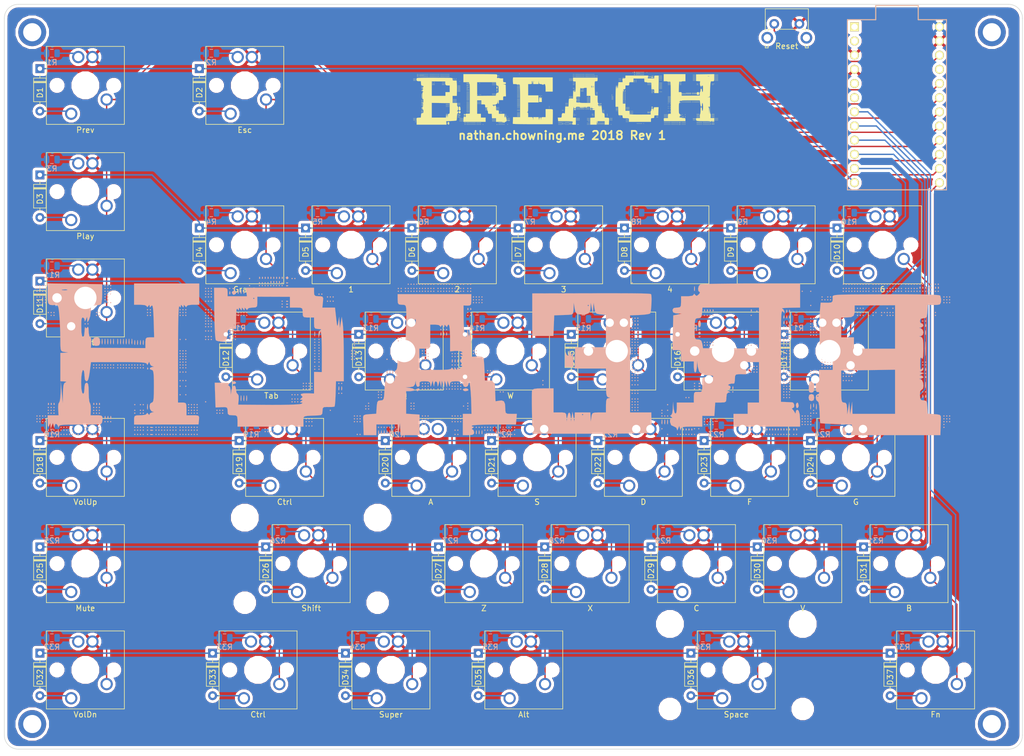
<source format=kicad_pcb>
(kicad_pcb (version 20171130) (host pcbnew 5.0.2-bee76a0~70~ubuntu18.04.1)
  (layers (0 F.Cu signal) (31 B.Cu signal) (34 B.Paste user hide) (35 F.Paste user hide) (36 B.SilkS user hide) (37 F.SilkS user) (38 B.Mask user) (39 F.Mask user) (44 Edge.Cuts user))
  (net 0 "")
  (net 1 ROW1)
  (net 2 ROW2)
  (net 3 ROW3)
  (net 4 ROW4)
  (net 5 ROW5)
  (net 6 ROW6)
  (net 7 5V)
  (net 8 GND)
  (net 9 COL2)
  (net 10 COL3)
  (net 11 COL4)
  (net 12 COL6)
  (net 13 COL7)
  (net 14 COL8)
  (net 15 COL1)
  (net 16 COL5)
  (net 17 "Net-(U1-Pad1)")
  (net 18 "Net-(U1-Pad2)")
  (net 19 "Net-(U1-Pad5)")
  (net 20 "Net-(U1-Pad6)")
  (net 21 "Net-(U1-Pad21)")
  (net 22 "Net-(D1-Pad2)")
  (net 23 "Net-(D2-Pad2)")
  (net 24 "Net-(D3-Pad2)")
  (net 25 "Net-(D4-Pad2)")
  (net 26 "Net-(D5-Pad2)")
  (net 27 "Net-(D6-Pad2)")
  (net 28 "Net-(D7-Pad2)")
  (net 29 "Net-(D8-Pad2)")
  (net 30 "Net-(D9-Pad2)")
  (net 31 "Net-(D10-Pad2)")
  (net 32 "Net-(D11-Pad2)")
  (net 33 "Net-(D12-Pad2)")
  (net 34 "Net-(D13-Pad2)")
  (net 35 "Net-(D14-Pad2)")
  (net 36 "Net-(D15-Pad2)")
  (net 37 "Net-(D16-Pad2)")
  (net 38 "Net-(D17-Pad2)")
  (net 39 "Net-(D18-Pad2)")
  (net 40 "Net-(D19-Pad2)")
  (net 41 "Net-(D20-Pad2)")
  (net 42 "Net-(D21-Pad2)")
  (net 43 "Net-(D22-Pad2)")
  (net 44 "Net-(D23-Pad2)")
  (net 45 "Net-(D24-Pad2)")
  (net 46 "Net-(D25-Pad2)")
  (net 47 "Net-(D26-Pad2)")
  (net 48 "Net-(D27-Pad2)")
  (net 49 "Net-(D28-Pad2)")
  (net 50 "Net-(D29-Pad2)")
  (net 51 "Net-(D30-Pad2)")
  (net 52 "Net-(D31-Pad2)")
  (net 53 "Net-(D32-Pad2)")
  (net 54 "Net-(D33-Pad2)")
  (net 55 "Net-(D34-Pad2)")
  (net 56 "Net-(D35-Pad2)")
  (net 57 "Net-(D36-Pad2)")
  (net 58 "Net-(D37-Pad2)")
  (net 59 "Net-(R1-Pad2)")
  (net 60 "Net-(R2-Pad2)")
  (net 61 "Net-(R3-Pad2)")
  (net 62 "Net-(R4-Pad2)")
  (net 63 "Net-(R5-Pad2)")
  (net 64 "Net-(R6-Pad2)")
  (net 65 "Net-(R7-Pad2)")
  (net 66 "Net-(R8-Pad2)")
  (net 67 "Net-(R9-Pad2)")
  (net 68 "Net-(R10-Pad2)")
  (net 69 "Net-(R11-Pad2)")
  (net 70 "Net-(R12-Pad2)")
  (net 71 "Net-(R13-Pad2)")
  (net 72 "Net-(R14-Pad2)")
  (net 73 "Net-(R15-Pad2)")
  (net 74 "Net-(R16-Pad2)")
  (net 75 "Net-(R17-Pad2)")
  (net 76 "Net-(R18-Pad2)")
  (net 77 "Net-(R19-Pad2)")
  (net 78 "Net-(R20-Pad2)")
  (net 79 "Net-(R21-Pad2)")
  (net 80 "Net-(R22-Pad2)")
  (net 81 "Net-(R23-Pad2)")
  (net 82 "Net-(R24-Pad2)")
  (net 83 "Net-(R25-Pad2)")
  (net 84 "Net-(R26-Pad2)")
  (net 85 "Net-(R27-Pad2)")
  (net 86 "Net-(R28-Pad2)")
  (net 87 "Net-(R29-Pad2)")
  (net 88 "Net-(R30-Pad2)")
  (net 89 "Net-(R31-Pad2)")
  (net 90 "Net-(R32-Pad2)")
  (net 91 "Net-(R33-Pad2)")
  (net 92 "Net-(R34-Pad2)")
  (net 93 "Net-(R35-Pad2)")
  (net 94 "Net-(R36-Pad2)")
  (net 95 "Net-(R37-Pad2)")
  (net 96 "Net-(SW20-Pad3)")
  (net 97 RST)
  (module breach_keyboard:SW_Cherry_MX1A_1.00u_PCB (layer F.Cu) (at 39.525 77.625 180)
    (fp_text reference SW11 hide)
    (fp_text value SW_Push_LED)
    (pad 1 thru_hole circle (at 2.54 -5.08 180) (size 2.2 2.2) (drill 1.5) (layers *.Cu *.Mask) (net 32 "Net-(D11-Pad2)"))
    (pad 2 thru_hole circle (at -3.81 -2.54 180) (size 2.2 2.2) (drill 1.5) (layers *.Cu *.Mask) (net 15 COL1))
    (pad 3 thru_hole circle (at -1.27 5.08 180) (size 2.2 2.2) (drill 1.5) (layers *.Cu *.Mask) (net 8 GND))
    (pad 4 thru_hole circle (at 1.27 5.08 180) (size 2.2 2.2) (drill 1.5) (layers *.Cu *.Mask) (net 69 "Net-(R11-Pad2)"))
    (pad "" np_thru_hole circle (at 0 0 180) (size 4 4) (drill 4) (layers *.Cu *.Mask))
    (pad "" np_thru_hole circle (at -5.08 0 180) (size 1.7 1.7) (drill 1.7) (layers *.Cu *.Mask))
    (pad "" np_thru_hole circle (at 5.08 0 180) (size 1.7 1.7) (drill 1.7) (layers *.Cu *.Mask))
  )
  (module breach_keyboard:SW_Cherry_MX1A_1.00u_PCB (layer F.Cu) (at 72.8625 87.15 180)
    (fp_text reference SW12 hide)
    (fp_text value SW_Push_LED)
    (pad "" np_thru_hole circle (at 5.08 0 180) (size 1.7 1.7) (drill 1.7) (layers *.Cu *.Mask))
    (pad "" np_thru_hole circle (at -5.08 0 180) (size 1.7 1.7) (drill 1.7) (layers *.Cu *.Mask))
    (pad "" np_thru_hole circle (at 0 0 180) (size 4 4) (drill 4) (layers *.Cu *.Mask))
    (pad 4 thru_hole circle (at 1.27 5.08 180) (size 2.2 2.2) (drill 1.5) (layers *.Cu *.Mask) (net 70 "Net-(R12-Pad2)"))
    (pad 3 thru_hole circle (at -1.27 5.08 180) (size 2.2 2.2) (drill 1.5) (layers *.Cu *.Mask) (net 8 GND))
    (pad 2 thru_hole circle (at -3.81 -2.54 180) (size 2.2 2.2) (drill 1.5) (layers *.Cu *.Mask) (net 9 COL2))
    (pad 1 thru_hole circle (at 2.54 -5.08 180) (size 2.2 2.2) (drill 1.5) (layers *.Cu *.Mask) (net 33 "Net-(D12-Pad2)"))
  )
  (module breach_keyboard:mounting_hole (layer F.Cu) (at 30 30)
    (fp_text reference REF** hide)
    (fp_text value mounting_hole)
    (pad 1 thru_hole circle (at 0 0) (size 5 5) (drill 3.25) (layers *.Cu *.Mask))
  )
  (module breach_keyboard:mounting_hole (layer F.Cu) (at 30 154)
    (fp_text reference REF** hide)
    (fp_text value mounting_hole)
    (pad 1 thru_hole circle (at 0 0) (size 5 5) (drill 3.25) (layers *.Cu *.Mask))
  )
  (module breach_keyboard:mounting_hole (layer F.Cu) (at 202 154)
    (fp_text reference REF** hide)
    (fp_text value mounting_hole)
    (pad 1 thru_hole circle (at 0 0) (size 5 5) (drill 3.25) (layers *.Cu *.Mask))
  )
  (module breach_keyboard:mounting_hole (layer F.Cu) (at 202 30)
    (fp_text reference REF** hide)
    (fp_text value mounting_hole)
    (pad 1 thru_hole circle (at 0 0) (size 5 5) (drill 3.25) (layers *.Cu *.Mask))
  )
  (module breach_keyboard:SW_Cherry_MX1A_1.00u_PCB (layer F.Cu) (at 118.10625 144.3 180)
    (fp_text reference SW35 hide)
    (fp_text value SW_Push_LED)
    (pad "" np_thru_hole circle (at 5.08 0 180) (size 1.7 1.7) (drill 1.7) (layers *.Cu *.Mask))
    (pad "" np_thru_hole circle (at -5.08 0 180) (size 1.7 1.7) (drill 1.7) (layers *.Cu *.Mask))
    (pad "" np_thru_hole circle (at 0 0 180) (size 4 4) (drill 4) (layers *.Cu *.Mask))
    (pad 4 thru_hole circle (at 1.27 5.08 180) (size 2.2 2.2) (drill 1.5) (layers *.Cu *.Mask) (net 93 "Net-(R35-Pad2)"))
    (pad 3 thru_hole circle (at -1.27 5.08 180) (size 2.2 2.2) (drill 1.5) (layers *.Cu *.Mask) (net 8 GND))
    (pad 2 thru_hole circle (at -3.81 -2.54 180) (size 2.2 2.2) (drill 1.5) (layers *.Cu *.Mask) (net 11 COL4))
    (pad 1 thru_hole circle (at 2.54 -5.08 180) (size 2.2 2.2) (drill 1.5) (layers *.Cu *.Mask) (net 56 "Net-(D35-Pad2)"))
  )
  (module breach_keyboard:SW_Cherry_MX1A_1.00u_PCB (layer F.Cu) (at 149.0625 125.25 180)
    (fp_text reference SW29 hide)
    (fp_text value SW_Push_LED)
    (pad 1 thru_hole circle (at 2.54 -5.08 180) (size 2.2 2.2) (drill 1.5) (layers *.Cu *.Mask) (net 50 "Net-(D29-Pad2)"))
    (pad 2 thru_hole circle (at -3.81 -2.54 180) (size 2.2 2.2) (drill 1.5) (layers *.Cu *.Mask) (net 12 COL6))
    (pad 3 thru_hole circle (at -1.27 5.08 180) (size 2.2 2.2) (drill 1.5) (layers *.Cu *.Mask) (net 8 GND))
    (pad 4 thru_hole circle (at 1.27 5.08 180) (size 2.2 2.2) (drill 1.5) (layers *.Cu *.Mask) (net 87 "Net-(R29-Pad2)"))
    (pad "" np_thru_hole circle (at 0 0 180) (size 4 4) (drill 4) (layers *.Cu *.Mask))
    (pad "" np_thru_hole circle (at -5.08 0 180) (size 1.7 1.7) (drill 1.7) (layers *.Cu *.Mask))
    (pad "" np_thru_hole circle (at 5.08 0 180) (size 1.7 1.7) (drill 1.7) (layers *.Cu *.Mask))
  )
  (module breach_keyboard:breach_logo_big (layer B.Cu) (at 111.5 88.5 180)
    (fp_text reference G*** hide)
    (fp_text value LOGO hide)
  )
  (module promicro:ProMicro (layer F.Cu) (at 185 43 270)
    (fp_text reference U1 hide)
    (fp_text value ProMicro)
    (pad 24 thru_hole circle (at -13.97 -7.62 270) (size 1.6 1.6) (drill 1.1) (layers *.Cu *.Mask F.SilkS) (net 7 5V))
    (pad 23 thru_hole circle (at -11.43 -7.62 270) (size 1.6 1.6) (drill 1.1) (layers *.Cu *.Mask F.SilkS) (net 8 GND))
    (pad 22 thru_hole circle (at -8.89 -7.62 270) (size 1.6 1.6) (drill 1.1) (layers *.Cu *.Mask F.SilkS) (net 97 RST))
    (pad 21 thru_hole circle (at -6.35 -7.62 270) (size 1.6 1.6) (drill 1.1) (layers *.Cu *.Mask F.SilkS) (net 21 "Net-(U1-Pad21)"))
    (pad 20 thru_hole circle (at -3.81 -7.62 270) (size 1.6 1.6) (drill 1.1) (layers *.Cu *.Mask F.SilkS) (net 15 COL1))
    (pad 19 thru_hole circle (at -1.27 -7.62 270) (size 1.6 1.6) (drill 1.1) (layers *.Cu *.Mask F.SilkS) (net 9 COL2))
    (pad 18 thru_hole circle (at 1.27 -7.62 270) (size 1.6 1.6) (drill 1.1) (layers *.Cu *.Mask F.SilkS) (net 10 COL3))
    (pad 17 thru_hole circle (at 3.81 -7.62 270) (size 1.6 1.6) (drill 1.1) (layers *.Cu *.Mask F.SilkS) (net 11 COL4))
    (pad 16 thru_hole circle (at 6.35 -7.62 270) (size 1.6 1.6) (drill 1.1) (layers *.Cu *.Mask F.SilkS) (net 16 COL5))
    (pad 15 thru_hole circle (at 8.89 -7.62 270) (size 1.6 1.6) (drill 1.1) (layers *.Cu *.Mask F.SilkS) (net 12 COL6))
    (pad 14 thru_hole circle (at 11.43 -7.62 270) (size 1.6 1.6) (drill 1.1) (layers *.Cu *.Mask F.SilkS) (net 13 COL7))
    (pad 13 thru_hole circle (at 13.97 -7.62 270) (size 1.6 1.6) (drill 1.1) (layers *.Cu *.Mask F.SilkS) (net 14 COL8))
    (pad 12 thru_hole circle (at 13.97 7.62 270) (size 1.6 1.6) (drill 1.1) (layers *.Cu *.Mask F.SilkS) (net 1 ROW1))
    (pad 11 thru_hole circle (at 11.43 7.62 270) (size 1.6 1.6) (drill 1.1) (layers *.Cu *.Mask F.SilkS) (net 2 ROW2))
    (pad 10 thru_hole circle (at 8.89 7.62 270) (size 1.6 1.6) (drill 1.1) (layers *.Cu *.Mask F.SilkS) (net 3 ROW3))
    (pad 9 thru_hole circle (at 6.35 7.62 270) (size 1.6 1.6) (drill 1.1) (layers *.Cu *.Mask F.SilkS) (net 4 ROW4))
    (pad 8 thru_hole circle (at 3.81 7.62 270) (size 1.6 1.6) (drill 1.1) (layers *.Cu *.Mask F.SilkS) (net 5 ROW5))
    (pad 7 thru_hole circle (at 1.27 7.62 270) (size 1.6 1.6) (drill 1.1) (layers *.Cu *.Mask F.SilkS) (net 6 ROW6))
    (pad 6 thru_hole circle (at -1.27 7.62 270) (size 1.6 1.6) (drill 1.1) (layers *.Cu *.Mask F.SilkS) (net 20 "Net-(U1-Pad6)"))
    (pad 5 thru_hole circle (at -3.81 7.62 270) (size 1.6 1.6) (drill 1.1) (layers *.Cu *.Mask F.SilkS) (net 19 "Net-(U1-Pad5)"))
    (pad 4 thru_hole circle (at -6.35 7.62 270) (size 1.6 1.6) (drill 1.1) (layers *.Cu *.Mask F.SilkS) (net 8 GND))
    (pad 3 thru_hole circle (at -8.89 7.62 270) (size 1.6 1.6) (drill 1.1) (layers *.Cu *.Mask F.SilkS) (net 8 GND))
    (pad 2 thru_hole circle (at -11.43 7.62 270) (size 1.6 1.6) (drill 1.1) (layers *.Cu *.Mask F.SilkS) (net 18 "Net-(U1-Pad2)"))
    (pad 1 thru_hole rect (at -13.97 7.62 270) (size 1.6 1.6) (drill 1.1) (layers *.Cu *.Mask F.SilkS) (net 17 "Net-(U1-Pad1)"))
  )
  (module Resistor_SMD:R_0805_2012Metric (layer B.Cu) (at 33.525 33.775)
    (fp_text reference R1 (at 0 1.65) (layer B.SilkS) (effects (justify mirror)))
    (fp_text value R_Small_US)
    (pad 1 smd roundrect (at -0.9375 0) (size 0.975 1.4) (layers B.Cu B.Paste B.Mask) (net 7 5V))
    (pad 2 smd roundrect (at 0.9375 0) (size 0.975 1.4) (layers B.Cu B.Paste B.Mask) (net 59 "Net-(R1-Pad2)"))
  )
  (module Resistor_SMD:R_0805_2012Metric (layer B.Cu) (at 62.1 33.775)
    (fp_text reference R2 (at 0 1.65) (layer B.SilkS) (effects (justify mirror)))
    (fp_text value R_Small_US)
    (pad 1 smd roundrect (at -0.9375 0) (size 0.975 1.4) (layers B.Cu B.Paste B.Mask) (net 7 5V))
    (pad 2 smd roundrect (at 0.9375 0) (size 0.975 1.4) (layers B.Cu B.Paste B.Mask) (net 60 "Net-(R2-Pad2)"))
  )
  (module Resistor_SMD:R_0805_2012Metric (layer B.Cu) (at 33.525 52.825)
    (fp_text reference R3 (at 0 1.65) (layer B.SilkS) (effects (justify mirror)))
    (fp_text value R_Small_US)
    (pad 2 smd roundrect (at 0.9375 0) (size 0.975 1.4) (layers B.Cu B.Paste B.Mask) (net 61 "Net-(R3-Pad2)"))
    (pad 1 smd roundrect (at -0.9375 0) (size 0.975 1.4) (layers B.Cu B.Paste B.Mask) (net 7 5V))
  )
  (module Resistor_SMD:R_0805_2012Metric (layer B.Cu) (at 62.1 62.35)
    (fp_text reference R4 (at 0 1.65) (layer B.SilkS) (effects (justify mirror)))
    (fp_text value R_Small_US)
    (pad 1 smd roundrect (at -0.9375 0) (size 0.975 1.4) (layers B.Cu B.Paste B.Mask) (net 7 5V))
    (pad 2 smd roundrect (at 0.9375 0) (size 0.975 1.4) (layers B.Cu B.Paste B.Mask) (net 62 "Net-(R4-Pad2)"))
  )
  (module Resistor_SMD:R_0805_2012Metric (layer B.Cu) (at 81.15 62.35)
    (fp_text reference R5 (at 0 1.65) (layer B.SilkS) (effects (justify mirror)))
    (fp_text value R_Small_US)
    (pad 1 smd roundrect (at -0.9375 0) (size 0.975 1.4) (layers B.Cu B.Paste B.Mask) (net 7 5V))
    (pad 2 smd roundrect (at 0.9375 0) (size 0.975 1.4) (layers B.Cu B.Paste B.Mask) (net 63 "Net-(R5-Pad2)"))
  )
  (module Resistor_SMD:R_0805_2012Metric (layer B.Cu) (at 100.2 62.35)
    (fp_text reference R6 (at 0 1.65) (layer B.SilkS) (effects (justify mirror)))
    (fp_text value R_Small_US)
    (pad 1 smd roundrect (at -0.9375 0) (size 0.975 1.4) (layers B.Cu B.Paste B.Mask) (net 7 5V))
    (pad 2 smd roundrect (at 0.9375 0) (size 0.975 1.4) (layers B.Cu B.Paste B.Mask) (net 64 "Net-(R6-Pad2)"))
  )
  (module Resistor_SMD:R_0805_2012Metric (layer B.Cu) (at 119.25 62.35)
    (fp_text reference R7 (at 0 1.65) (layer B.SilkS) (effects (justify mirror)))
    (fp_text value R_Small_US)
    (pad 1 smd roundrect (at -0.9375 0) (size 0.975 1.4) (layers B.Cu B.Paste B.Mask) (net 7 5V))
    (pad 2 smd roundrect (at 0.9375 0) (size 0.975 1.4) (layers B.Cu B.Paste B.Mask) (net 65 "Net-(R7-Pad2)"))
  )
  (module Resistor_SMD:R_0805_2012Metric (layer B.Cu) (at 138.3 62.35)
    (fp_text reference R8 (at 0 1.65) (layer B.SilkS) (effects (justify mirror)))
    (fp_text value R_Small_US)
    (pad 2 smd roundrect (at 0.9375 0) (size 0.975 1.4) (layers B.Cu B.Paste B.Mask) (net 66 "Net-(R8-Pad2)"))
    (pad 1 smd roundrect (at -0.9375 0) (size 0.975 1.4) (layers B.Cu B.Paste B.Mask) (net 7 5V))
  )
  (module Resistor_SMD:R_0805_2012Metric (layer B.Cu) (at 157.35 62.35)
    (fp_text reference R9 (at 0 1.65) (layer B.SilkS) (effects (justify mirror)))
    (fp_text value R_Small_US)
    (pad 2 smd roundrect (at 0.9375 0) (size 0.975 1.4) (layers B.Cu B.Paste B.Mask) (net 67 "Net-(R9-Pad2)"))
    (pad 1 smd roundrect (at -0.9375 0) (size 0.975 1.4) (layers B.Cu B.Paste B.Mask) (net 7 5V))
  )
  (module Resistor_SMD:R_0805_2012Metric (layer B.Cu) (at 176.4 62.35)
    (fp_text reference R10 (at 0 1.65) (layer B.SilkS) (effects (justify mirror)))
    (fp_text value R_Small_US)
    (pad 1 smd roundrect (at -0.9375 0) (size 0.975 1.4) (layers B.Cu B.Paste B.Mask) (net 7 5V))
    (pad 2 smd roundrect (at 0.9375 0) (size 0.975 1.4) (layers B.Cu B.Paste B.Mask) (net 68 "Net-(R10-Pad2)"))
  )
  (module Resistor_SMD:R_0805_2012Metric (layer B.Cu) (at 33.525 71.875)
    (fp_text reference R11 (at 0 1.65) (layer B.SilkS) (effects (justify mirror)))
    (fp_text value R_Small_US)
    (pad 2 smd roundrect (at 0.9375 0) (size 0.975 1.4) (layers B.Cu B.Paste B.Mask) (net 69 "Net-(R11-Pad2)"))
    (pad 1 smd roundrect (at -0.9375 0) (size 0.975 1.4) (layers B.Cu B.Paste B.Mask) (net 7 5V))
  )
  (module Resistor_SMD:R_0805_2012Metric (layer B.Cu) (at 66.8625 81.4)
    (fp_text reference R12 (at 0 1.65) (layer B.SilkS) (effects (justify mirror)))
    (fp_text value R_Small_US)
    (pad 2 smd roundrect (at 0.9375 0) (size 0.975 1.4) (layers B.Cu B.Paste B.Mask) (net 70 "Net-(R12-Pad2)"))
    (pad 1 smd roundrect (at -0.9375 0) (size 0.975 1.4) (layers B.Cu B.Paste B.Mask) (net 7 5V))
  )
  (module Resistor_SMD:R_0805_2012Metric (layer B.Cu) (at 90.675 81.4)
    (fp_text reference R13 (at 0 1.65) (layer B.SilkS) (effects (justify mirror)))
    (fp_text value R_Small_US)
    (pad 1 smd roundrect (at -0.9375 0) (size 0.975 1.4) (layers B.Cu B.Paste B.Mask) (net 7 5V))
    (pad 2 smd roundrect (at 0.9375 0) (size 0.975 1.4) (layers B.Cu B.Paste B.Mask) (net 71 "Net-(R13-Pad2)"))
  )
  (module Resistor_SMD:R_0805_2012Metric (layer B.Cu) (at 109.725 81.4)
    (fp_text reference R14 (at 0 1.65) (layer B.SilkS) (effects (justify mirror)))
    (fp_text value R_Small_US)
    (pad 2 smd roundrect (at 0.9375 0) (size 0.975 1.4) (layers B.Cu B.Paste B.Mask) (net 72 "Net-(R14-Pad2)"))
    (pad 1 smd roundrect (at -0.9375 0) (size 0.975 1.4) (layers B.Cu B.Paste B.Mask) (net 7 5V))
  )
  (module Resistor_SMD:R_0805_2012Metric (layer B.Cu) (at 128.775 81.4)
    (fp_text reference R15 (at 0 1.65) (layer B.SilkS) (effects (justify mirror)))
    (fp_text value R_Small_US)
    (pad 1 smd roundrect (at -0.9375 0) (size 0.975 1.4) (layers B.Cu B.Paste B.Mask) (net 7 5V))
    (pad 2 smd roundrect (at 0.9375 0) (size 0.975 1.4) (layers B.Cu B.Paste B.Mask) (net 73 "Net-(R15-Pad2)"))
  )
  (module Resistor_SMD:R_0805_2012Metric (layer B.Cu) (at 147.825 81.4)
    (fp_text reference R16 (at 0 1.65) (layer B.SilkS) (effects (justify mirror)))
    (fp_text value R_Small_US)
    (pad 1 smd roundrect (at -0.9375 0) (size 0.975 1.4) (layers B.Cu B.Paste B.Mask) (net 7 5V))
    (pad 2 smd roundrect (at 0.9375 0) (size 0.975 1.4) (layers B.Cu B.Paste B.Mask) (net 74 "Net-(R16-Pad2)"))
  )
  (module Resistor_SMD:R_0805_2012Metric (layer B.Cu) (at 166.875 81.4)
    (fp_text reference R17 (at 0 1.65) (layer B.SilkS) (effects (justify mirror)))
    (fp_text value R_Small_US)
    (pad 2 smd roundrect (at 0.9375 0) (size 0.975 1.4) (layers B.Cu B.Paste B.Mask) (net 75 "Net-(R17-Pad2)"))
    (pad 1 smd roundrect (at -0.9375 0) (size 0.975 1.4) (layers B.Cu B.Paste B.Mask) (net 7 5V))
  )
  (module Resistor_SMD:R_0805_2012Metric (layer B.Cu) (at 33.525 100.45)
    (fp_text reference R18 (at 0 1.65) (layer B.SilkS) (effects (justify mirror)))
    (fp_text value R_Small_US)
    (pad 2 smd roundrect (at 0.9375 0) (size 0.975 1.4) (layers B.Cu B.Paste B.Mask) (net 76 "Net-(R18-Pad2)"))
    (pad 1 smd roundrect (at -0.9375 0) (size 0.975 1.4) (layers B.Cu B.Paste B.Mask) (net 7 5V))
  )
  (module Resistor_SMD:R_0805_2012Metric (layer B.Cu) (at 69.24375 100.45)
    (fp_text reference R19 (at 0 1.65) (layer B.SilkS) (effects (justify mirror)))
    (fp_text value R_Small_US)
    (pad 1 smd roundrect (at -0.9375 0) (size 0.975 1.4) (layers B.Cu B.Paste B.Mask) (net 7 5V))
    (pad 2 smd roundrect (at 0.9375 0) (size 0.975 1.4) (layers B.Cu B.Paste B.Mask) (net 77 "Net-(R19-Pad2)"))
  )
  (module Resistor_SMD:R_0805_2012Metric (layer B.Cu) (at 95.4375 100.45)
    (fp_text reference R20 (at 0 1.65) (layer B.SilkS) (effects (justify mirror)))
    (fp_text value R_Small_US)
    (pad 2 smd roundrect (at 0.9375 0) (size 0.975 1.4) (layers B.Cu B.Paste B.Mask) (net 78 "Net-(R20-Pad2)"))
    (pad 1 smd roundrect (at -0.9375 0) (size 0.975 1.4) (layers B.Cu B.Paste B.Mask) (net 7 5V))
  )
  (module Resistor_SMD:R_0805_2012Metric (layer B.Cu) (at 114.4875 100.45)
    (fp_text reference R21 (at 0 1.65) (layer B.SilkS) (effects (justify mirror)))
    (fp_text value R_Small_US)
    (pad 1 smd roundrect (at -0.9375 0) (size 0.975 1.4) (layers B.Cu B.Paste B.Mask) (net 7 5V))
    (pad 2 smd roundrect (at 0.9375 0) (size 0.975 1.4) (layers B.Cu B.Paste B.Mask) (net 79 "Net-(R21-Pad2)"))
  )
  (module Resistor_SMD:R_0805_2012Metric (layer B.Cu) (at 133.5375 100.45)
    (fp_text reference R22 (at 0 1.65) (layer B.SilkS) (effects (justify mirror)))
    (fp_text value R_Small_US)
    (pad 2 smd roundrect (at 0.9375 0) (size 0.975 1.4) (layers B.Cu B.Paste B.Mask) (net 80 "Net-(R22-Pad2)"))
    (pad 1 smd roundrect (at -0.9375 0) (size 0.975 1.4) (layers B.Cu B.Paste B.Mask) (net 7 5V))
  )
  (module Resistor_SMD:R_0805_2012Metric (layer B.Cu) (at 152.5875 100.45)
    (fp_text reference R23 (at 0 1.65) (layer B.SilkS) (effects (justify mirror)))
    (fp_text value R_Small_US)
    (pad 2 smd roundrect (at 0.9375 0) (size 0.975 1.4) (layers B.Cu B.Paste B.Mask) (net 81 "Net-(R23-Pad2)"))
    (pad 1 smd roundrect (at -0.9375 0) (size 0.975 1.4) (layers B.Cu B.Paste B.Mask) (net 7 5V))
  )
  (module Resistor_SMD:R_0805_2012Metric (layer B.Cu) (at 171.6375 100.45)
    (fp_text reference R24 (at 0 1.65) (layer B.SilkS) (effects (justify mirror)))
    (fp_text value R_Small_US)
    (pad 2 smd roundrect (at 0.9375 0) (size 0.975 1.4) (layers B.Cu B.Paste B.Mask) (net 82 "Net-(R24-Pad2)"))
    (pad 1 smd roundrect (at -0.9375 0) (size 0.975 1.4) (layers B.Cu B.Paste B.Mask) (net 7 5V))
  )
  (module Resistor_SMD:R_0805_2012Metric (layer B.Cu) (at 33.525 119.5)
    (fp_text reference R25 (at 0 1.65) (layer B.SilkS) (effects (justify mirror)))
    (fp_text value R_Small_US)
    (pad 2 smd roundrect (at 0.9375 0) (size 0.975 1.4) (layers B.Cu B.Paste B.Mask) (net 83 "Net-(R25-Pad2)"))
    (pad 1 smd roundrect (at -0.9375 0) (size 0.975 1.4) (layers B.Cu B.Paste B.Mask) (net 7 5V))
  )
  (module Resistor_SMD:R_0805_2012Metric (layer B.Cu) (at 74.00625 119.5)
    (fp_text reference R26 (at 0 1.65) (layer B.SilkS) (effects (justify mirror)))
    (fp_text value R_Small_US)
    (pad 1 smd roundrect (at -0.9375 0) (size 0.975 1.4) (layers B.Cu B.Paste B.Mask) (net 7 5V))
    (pad 2 smd roundrect (at 0.9375 0) (size 0.975 1.4) (layers B.Cu B.Paste B.Mask) (net 84 "Net-(R26-Pad2)"))
  )
  (module Resistor_SMD:R_0805_2012Metric (layer B.Cu) (at 104.9625 119.5)
    (fp_text reference R27 (at 0 1.65) (layer B.SilkS) (effects (justify mirror)))
    (fp_text value R_Small_US)
    (pad 2 smd roundrect (at 0.9375 0) (size 0.975 1.4) (layers B.Cu B.Paste B.Mask) (net 85 "Net-(R27-Pad2)"))
    (pad 1 smd roundrect (at -0.9375 0) (size 0.975 1.4) (layers B.Cu B.Paste B.Mask) (net 7 5V))
  )
  (module Resistor_SMD:R_0805_2012Metric (layer B.Cu) (at 124.0125 119.5)
    (fp_text reference R28 (at 0 1.65) (layer B.SilkS) (effects (justify mirror)))
    (fp_text value R_Small_US)
    (pad 1 smd roundrect (at -0.9375 0) (size 0.975 1.4) (layers B.Cu B.Paste B.Mask) (net 7 5V))
    (pad 2 smd roundrect (at 0.9375 0) (size 0.975 1.4) (layers B.Cu B.Paste B.Mask) (net 86 "Net-(R28-Pad2)"))
  )
  (module Resistor_SMD:R_0805_2012Metric (layer B.Cu) (at 143.0625 119.5)
    (fp_text reference R29 (at 0 1.65) (layer B.SilkS) (effects (justify mirror)))
    (fp_text value R_Small_US)
    (pad 2 smd roundrect (at 0.9375 0) (size 0.975 1.4) (layers B.Cu B.Paste B.Mask) (net 87 "Net-(R29-Pad2)"))
    (pad 1 smd roundrect (at -0.9375 0) (size 0.975 1.4) (layers B.Cu B.Paste B.Mask) (net 7 5V))
  )
  (module Resistor_SMD:R_0805_2012Metric (layer B.Cu) (at 162.1125 119.5)
    (fp_text reference R30 (at 0 1.65) (layer B.SilkS) (effects (justify mirror)))
    (fp_text value R_Small_US)
    (pad 1 smd roundrect (at -0.9375 0) (size 0.975 1.4) (layers B.Cu B.Paste B.Mask) (net 7 5V))
    (pad 2 smd roundrect (at 0.9375 0) (size 0.975 1.4) (layers B.Cu B.Paste B.Mask) (net 88 "Net-(R30-Pad2)"))
  )
  (module Resistor_SMD:R_0805_2012Metric (layer B.Cu) (at 181.1625 119.5)
    (fp_text reference R31 (at 0 1.65) (layer B.SilkS) (effects (justify mirror)))
    (fp_text value R_Small_US)
    (pad 1 smd roundrect (at -0.9375 0) (size 0.975 1.4) (layers B.Cu B.Paste B.Mask) (net 7 5V))
    (pad 2 smd roundrect (at 0.9375 0) (size 0.975 1.4) (layers B.Cu B.Paste B.Mask) (net 89 "Net-(R31-Pad2)"))
  )
  (module Resistor_SMD:R_0805_2012Metric (layer B.Cu) (at 33.525 138.55)
    (fp_text reference R32 (at 0 1.65) (layer B.SilkS) (effects (justify mirror)))
    (fp_text value R_Small_US)
    (pad 2 smd roundrect (at 0.9375 0) (size 0.975 1.4) (layers B.Cu B.Paste B.Mask) (net 90 "Net-(R32-Pad2)"))
    (pad 1 smd roundrect (at -0.9375 0) (size 0.975 1.4) (layers B.Cu B.Paste B.Mask) (net 7 5V))
  )
  (module Resistor_SMD:R_0805_2012Metric (layer B.Cu) (at 64.48125 138.55)
    (fp_text reference R33 (at 0 1.65) (layer B.SilkS) (effects (justify mirror)))
    (fp_text value R_Small_US)
    (pad 1 smd roundrect (at -0.9375 0) (size 0.975 1.4) (layers B.Cu B.Paste B.Mask) (net 7 5V))
    (pad 2 smd roundrect (at 0.9375 0) (size 0.975 1.4) (layers B.Cu B.Paste B.Mask) (net 91 "Net-(R33-Pad2)"))
  )
  (module Resistor_SMD:R_0805_2012Metric (layer B.Cu) (at 88.29375 138.55)
    (fp_text reference R34 (at 0 1.65) (layer B.SilkS) (effects (justify mirror)))
    (fp_text value R_Small_US)
    (pad 2 smd roundrect (at 0.9375 0) (size 0.975 1.4) (layers B.Cu B.Paste B.Mask) (net 92 "Net-(R34-Pad2)"))
    (pad 1 smd roundrect (at -0.9375 0) (size 0.975 1.4) (layers B.Cu B.Paste B.Mask) (net 7 5V))
  )
  (module Resistor_SMD:R_0805_2012Metric (layer B.Cu) (at 112.10625 138.55)
    (fp_text reference R35 (at 0 1.65) (layer B.SilkS) (effects (justify mirror)))
    (fp_text value R_Small_US)
    (pad 2 smd roundrect (at 0.9375 0) (size 0.975 1.4) (layers B.Cu B.Paste B.Mask) (net 93 "Net-(R35-Pad2)"))
    (pad 1 smd roundrect (at -0.9375 0) (size 0.975 1.4) (layers B.Cu B.Paste B.Mask) (net 7 5V))
  )
  (module Resistor_SMD:R_0805_2012Metric (layer B.Cu) (at 150.20625 138.55)
    (fp_text reference R36 (at 0 1.65) (layer B.SilkS) (effects (justify mirror)))
    (fp_text value R_Small_US)
    (pad 1 smd roundrect (at -0.9375 0) (size 0.975 1.4) (layers B.Cu B.Paste B.Mask) (net 7 5V))
    (pad 2 smd roundrect (at 0.9375 0) (size 0.975 1.4) (layers B.Cu B.Paste B.Mask) (net 94 "Net-(R36-Pad2)"))
  )
  (module Resistor_SMD:R_0805_2012Metric (layer B.Cu) (at 185.925 138.55)
    (fp_text reference R37 (at 0 1.65) (layer B.SilkS) (effects (justify mirror)))
    (fp_text value R_Small_US)
    (pad 1 smd roundrect (at -0.9375 0) (size 0.975 1.4) (layers B.Cu B.Paste B.Mask) (net 7 5V))
    (pad 2 smd roundrect (at 0.9375 0) (size 0.975 1.4) (layers B.Cu B.Paste B.Mask) (net 95 "Net-(R37-Pad2)"))
  )
  (module breach_keyboard:SW_Cherry_MX1A_1.00u_PCB (layer F.Cu) (at 39.525 39.525 180)
    (fp_text reference SW1 hide)
    (fp_text value SW_Push_LED)
    (pad "" np_thru_hole circle (at 5.08 0 180) (size 1.7 1.7) (drill 1.7) (layers *.Cu *.Mask))
    (pad "" np_thru_hole circle (at -5.08 0 180) (size 1.7 1.7) (drill 1.7) (layers *.Cu *.Mask))
    (pad "" np_thru_hole circle (at 0 0 180) (size 4 4) (drill 4) (layers *.Cu *.Mask))
    (pad 4 thru_hole circle (at 1.27 5.08 180) (size 2.2 2.2) (drill 1.5) (layers *.Cu *.Mask) (net 59 "Net-(R1-Pad2)"))
    (pad 3 thru_hole circle (at -1.27 5.08 180) (size 2.2 2.2) (drill 1.5) (layers *.Cu *.Mask) (net 8 GND))
    (pad 2 thru_hole circle (at -3.81 -2.54 180) (size 2.2 2.2) (drill 1.5) (layers *.Cu *.Mask) (net 15 COL1))
    (pad 1 thru_hole circle (at 2.54 -5.08 180) (size 2.2 2.2) (drill 1.5) (layers *.Cu *.Mask) (net 22 "Net-(D1-Pad2)"))
  )
  (module breach_keyboard:SW_Cherry_MX1A_1.00u_PCB (layer F.Cu) (at 68.1 39.525 180)
    (fp_text reference SW2 hide)
    (fp_text value SW_Push_LED)
    (pad 1 thru_hole circle (at 2.54 -5.08 180) (size 2.2 2.2) (drill 1.5) (layers *.Cu *.Mask) (net 23 "Net-(D2-Pad2)"))
    (pad 2 thru_hole circle (at -3.81 -2.54 180) (size 2.2 2.2) (drill 1.5) (layers *.Cu *.Mask) (net 9 COL2))
    (pad 3 thru_hole circle (at -1.27 5.08 180) (size 2.2 2.2) (drill 1.5) (layers *.Cu *.Mask) (net 8 GND))
    (pad 4 thru_hole circle (at 1.27 5.08 180) (size 2.2 2.2) (drill 1.5) (layers *.Cu *.Mask) (net 60 "Net-(R2-Pad2)"))
    (pad "" np_thru_hole circle (at 0 0 180) (size 4 4) (drill 4) (layers *.Cu *.Mask))
    (pad "" np_thru_hole circle (at -5.08 0 180) (size 1.7 1.7) (drill 1.7) (layers *.Cu *.Mask))
    (pad "" np_thru_hole circle (at 5.08 0 180) (size 1.7 1.7) (drill 1.7) (layers *.Cu *.Mask))
  )
  (module breach_keyboard:SW_Cherry_MX1A_1.00u_PCB (layer F.Cu) (at 39.525 58.575 180)
    (fp_text reference SW3 hide)
    (fp_text value SW_Push_LED)
    (pad 1 thru_hole circle (at 2.54 -5.08 180) (size 2.2 2.2) (drill 1.5) (layers *.Cu *.Mask) (net 24 "Net-(D3-Pad2)"))
    (pad 2 thru_hole circle (at -3.81 -2.54 180) (size 2.2 2.2) (drill 1.5) (layers *.Cu *.Mask) (net 15 COL1))
    (pad 3 thru_hole circle (at -1.27 5.08 180) (size 2.2 2.2) (drill 1.5) (layers *.Cu *.Mask) (net 8 GND))
    (pad 4 thru_hole circle (at 1.27 5.08 180) (size 2.2 2.2) (drill 1.5) (layers *.Cu *.Mask) (net 61 "Net-(R3-Pad2)"))
    (pad "" np_thru_hole circle (at 0 0 180) (size 4 4) (drill 4) (layers *.Cu *.Mask))
    (pad "" np_thru_hole circle (at -5.08 0 180) (size 1.7 1.7) (drill 1.7) (layers *.Cu *.Mask))
    (pad "" np_thru_hole circle (at 5.08 0 180) (size 1.7 1.7) (drill 1.7) (layers *.Cu *.Mask))
  )
  (module breach_keyboard:SW_Cherry_MX1A_1.00u_PCB (layer F.Cu) (at 68.1 68.1 180)
    (fp_text reference SW4 hide)
    (fp_text value SW_Push_LED)
    (pad 1 thru_hole circle (at 2.54 -5.08 180) (size 2.2 2.2) (drill 1.5) (layers *.Cu *.Mask) (net 25 "Net-(D4-Pad2)"))
    (pad 2 thru_hole circle (at -3.81 -2.54 180) (size 2.2 2.2) (drill 1.5) (layers *.Cu *.Mask) (net 9 COL2))
    (pad 3 thru_hole circle (at -1.27 5.08 180) (size 2.2 2.2) (drill 1.5) (layers *.Cu *.Mask) (net 8 GND))
    (pad 4 thru_hole circle (at 1.27 5.08 180) (size 2.2 2.2) (drill 1.5) (layers *.Cu *.Mask) (net 62 "Net-(R4-Pad2)"))
    (pad "" np_thru_hole circle (at 0 0 180) (size 4 4) (drill 4) (layers *.Cu *.Mask))
    (pad "" np_thru_hole circle (at -5.08 0 180) (size 1.7 1.7) (drill 1.7) (layers *.Cu *.Mask))
    (pad "" np_thru_hole circle (at 5.08 0 180) (size 1.7 1.7) (drill 1.7) (layers *.Cu *.Mask))
  )
  (module breach_keyboard:SW_Cherry_MX1A_1.00u_PCB (layer F.Cu) (at 87.15 68.1 180)
    (fp_text reference SW5 hide)
    (fp_text value SW_Push_LED)
    (pad 1 thru_hole circle (at 2.54 -5.08 180) (size 2.2 2.2) (drill 1.5) (layers *.Cu *.Mask) (net 26 "Net-(D5-Pad2)"))
    (pad 2 thru_hole circle (at -3.81 -2.54 180) (size 2.2 2.2) (drill 1.5) (layers *.Cu *.Mask) (net 10 COL3))
    (pad 3 thru_hole circle (at -1.27 5.08 180) (size 2.2 2.2) (drill 1.5) (layers *.Cu *.Mask) (net 8 GND))
    (pad 4 thru_hole circle (at 1.27 5.08 180) (size 2.2 2.2) (drill 1.5) (layers *.Cu *.Mask) (net 63 "Net-(R5-Pad2)"))
    (pad "" np_thru_hole circle (at 0 0 180) (size 4 4) (drill 4) (layers *.Cu *.Mask))
    (pad "" np_thru_hole circle (at -5.08 0 180) (size 1.7 1.7) (drill 1.7) (layers *.Cu *.Mask))
    (pad "" np_thru_hole circle (at 5.08 0 180) (size 1.7 1.7) (drill 1.7) (layers *.Cu *.Mask))
  )
  (module breach_keyboard:SW_Cherry_MX1A_1.00u_PCB (layer F.Cu) (at 106.2 68.1 180)
    (fp_text reference SW6 hide)
    (fp_text value SW_Push_LED)
    (pad 1 thru_hole circle (at 2.54 -5.08 180) (size 2.2 2.2) (drill 1.5) (layers *.Cu *.Mask) (net 27 "Net-(D6-Pad2)"))
    (pad 2 thru_hole circle (at -3.81 -2.54 180) (size 2.2 2.2) (drill 1.5) (layers *.Cu *.Mask) (net 11 COL4))
    (pad 3 thru_hole circle (at -1.27 5.08 180) (size 2.2 2.2) (drill 1.5) (layers *.Cu *.Mask) (net 8 GND))
    (pad 4 thru_hole circle (at 1.27 5.08 180) (size 2.2 2.2) (drill 1.5) (layers *.Cu *.Mask) (net 64 "Net-(R6-Pad2)"))
    (pad "" np_thru_hole circle (at 0 0 180) (size 4 4) (drill 4) (layers *.Cu *.Mask))
    (pad "" np_thru_hole circle (at -5.08 0 180) (size 1.7 1.7) (drill 1.7) (layers *.Cu *.Mask))
    (pad "" np_thru_hole circle (at 5.08 0 180) (size 1.7 1.7) (drill 1.7) (layers *.Cu *.Mask))
  )
  (module breach_keyboard:SW_Cherry_MX1A_1.00u_PCB (layer F.Cu) (at 125.25 68.1 180)
    (fp_text reference SW7 hide)
    (fp_text value SW_Push_LED)
    (pad "" np_thru_hole circle (at 5.08 0 180) (size 1.7 1.7) (drill 1.7) (layers *.Cu *.Mask))
    (pad "" np_thru_hole circle (at -5.08 0 180) (size 1.7 1.7) (drill 1.7) (layers *.Cu *.Mask))
    (pad "" np_thru_hole circle (at 0 0 180) (size 4 4) (drill 4) (layers *.Cu *.Mask))
    (pad 4 thru_hole circle (at 1.27 5.08 180) (size 2.2 2.2) (drill 1.5) (layers *.Cu *.Mask) (net 65 "Net-(R7-Pad2)"))
    (pad 3 thru_hole circle (at -1.27 5.08 180) (size 2.2 2.2) (drill 1.5) (layers *.Cu *.Mask) (net 8 GND))
    (pad 2 thru_hole circle (at -3.81 -2.54 180) (size 2.2 2.2) (drill 1.5) (layers *.Cu *.Mask) (net 16 COL5))
    (pad 1 thru_hole circle (at 2.54 -5.08 180) (size 2.2 2.2) (drill 1.5) (layers *.Cu *.Mask) (net 28 "Net-(D7-Pad2)"))
  )
  (module breach_keyboard:SW_Cherry_MX1A_1.00u_PCB (layer F.Cu) (at 144.3 68.1 180)
    (fp_text reference SW8 hide)
    (fp_text value SW_Push_LED)
    (pad "" np_thru_hole circle (at 5.08 0 180) (size 1.7 1.7) (drill 1.7) (layers *.Cu *.Mask))
    (pad "" np_thru_hole circle (at -5.08 0 180) (size 1.7 1.7) (drill 1.7) (layers *.Cu *.Mask))
    (pad "" np_thru_hole circle (at 0 0 180) (size 4 4) (drill 4) (layers *.Cu *.Mask))
    (pad 4 thru_hole circle (at 1.27 5.08 180) (size 2.2 2.2) (drill 1.5) (layers *.Cu *.Mask) (net 66 "Net-(R8-Pad2)"))
    (pad 3 thru_hole circle (at -1.27 5.08 180) (size 2.2 2.2) (drill 1.5) (layers *.Cu *.Mask) (net 8 GND))
    (pad 2 thru_hole circle (at -3.81 -2.54 180) (size 2.2 2.2) (drill 1.5) (layers *.Cu *.Mask) (net 12 COL6))
    (pad 1 thru_hole circle (at 2.54 -5.08 180) (size 2.2 2.2) (drill 1.5) (layers *.Cu *.Mask) (net 29 "Net-(D8-Pad2)"))
  )
  (module breach_keyboard:SW_Cherry_MX1A_1.00u_PCB (layer F.Cu) (at 163.35 68.1 180)
    (fp_text reference SW9 hide)
    (fp_text value SW_Push_LED)
    (pad "" np_thru_hole circle (at 5.08 0 180) (size 1.7 1.7) (drill 1.7) (layers *.Cu *.Mask))
    (pad "" np_thru_hole circle (at -5.08 0 180) (size 1.7 1.7) (drill 1.7) (layers *.Cu *.Mask))
    (pad "" np_thru_hole circle (at 0 0 180) (size 4 4) (drill 4) (layers *.Cu *.Mask))
    (pad 4 thru_hole circle (at 1.27 5.08 180) (size 2.2 2.2) (drill 1.5) (layers *.Cu *.Mask) (net 67 "Net-(R9-Pad2)"))
    (pad 3 thru_hole circle (at -1.27 5.08 180) (size 2.2 2.2) (drill 1.5) (layers *.Cu *.Mask) (net 8 GND))
    (pad 2 thru_hole circle (at -3.81 -2.54 180) (size 2.2 2.2) (drill 1.5) (layers *.Cu *.Mask) (net 13 COL7))
    (pad 1 thru_hole circle (at 2.54 -5.08 180) (size 2.2 2.2) (drill 1.5) (layers *.Cu *.Mask) (net 30 "Net-(D9-Pad2)"))
  )
  (module breach_keyboard:SW_Cherry_MX1A_1.00u_PCB (layer F.Cu) (at 182.4 68.1 180)
    (fp_text reference SW10 hide)
    (fp_text value SW_Push_LED)
    (pad "" np_thru_hole circle (at 5.08 0 180) (size 1.7 1.7) (drill 1.7) (layers *.Cu *.Mask))
    (pad "" np_thru_hole circle (at -5.08 0 180) (size 1.7 1.7) (drill 1.7) (layers *.Cu *.Mask))
    (pad "" np_thru_hole circle (at 0 0 180) (size 4 4) (drill 4) (layers *.Cu *.Mask))
    (pad 4 thru_hole circle (at 1.27 5.08 180) (size 2.2 2.2) (drill 1.5) (layers *.Cu *.Mask) (net 68 "Net-(R10-Pad2)"))
    (pad 3 thru_hole circle (at -1.27 5.08 180) (size 2.2 2.2) (drill 1.5) (layers *.Cu *.Mask) (net 8 GND))
    (pad 2 thru_hole circle (at -3.81 -2.54 180) (size 2.2 2.2) (drill 1.5) (layers *.Cu *.Mask) (net 14 COL8))
    (pad 1 thru_hole circle (at 2.54 -5.08 180) (size 2.2 2.2) (drill 1.5) (layers *.Cu *.Mask) (net 31 "Net-(D10-Pad2)"))
  )
  (module breach_keyboard:SW_Cherry_MX1A_1.00u_PCB (layer F.Cu) (at 96.675 87.15 180)
    (fp_text reference SW13 hide)
    (fp_text value SW_Push_LED)
    (pad 1 thru_hole circle (at 2.54 -5.08 180) (size 2.2 2.2) (drill 1.5) (layers *.Cu *.Mask) (net 34 "Net-(D13-Pad2)"))
    (pad 2 thru_hole circle (at -3.81 -2.54 180) (size 2.2 2.2) (drill 1.5) (layers *.Cu *.Mask) (net 10 COL3))
    (pad 3 thru_hole circle (at -1.27 5.08 180) (size 2.2 2.2) (drill 1.5) (layers *.Cu *.Mask) (net 8 GND))
    (pad 4 thru_hole circle (at 1.27 5.08 180) (size 2.2 2.2) (drill 1.5) (layers *.Cu *.Mask) (net 71 "Net-(R13-Pad2)"))
    (pad "" np_thru_hole circle (at 0 0 180) (size 4 4) (drill 4) (layers *.Cu *.Mask))
    (pad "" np_thru_hole circle (at -5.08 0 180) (size 1.7 1.7) (drill 1.7) (layers *.Cu *.Mask))
    (pad "" np_thru_hole circle (at 5.08 0 180) (size 1.7 1.7) (drill 1.7) (layers *.Cu *.Mask))
  )
  (module breach_keyboard:SW_Cherry_MX1A_1.00u_PCB (layer F.Cu) (at 115.725 87.15 180)
    (fp_text reference SW14 hide)
    (fp_text value SW_Push_LED)
    (pad 1 thru_hole circle (at 2.54 -5.08 180) (size 2.2 2.2) (drill 1.5) (layers *.Cu *.Mask) (net 35 "Net-(D14-Pad2)"))
    (pad 2 thru_hole circle (at -3.81 -2.54 180) (size 2.2 2.2) (drill 1.5) (layers *.Cu *.Mask) (net 11 COL4))
    (pad 3 thru_hole circle (at -1.27 5.08 180) (size 2.2 2.2) (drill 1.5) (layers *.Cu *.Mask) (net 8 GND))
    (pad 4 thru_hole circle (at 1.27 5.08 180) (size 2.2 2.2) (drill 1.5) (layers *.Cu *.Mask) (net 72 "Net-(R14-Pad2)"))
    (pad "" np_thru_hole circle (at 0 0 180) (size 4 4) (drill 4) (layers *.Cu *.Mask))
    (pad "" np_thru_hole circle (at -5.08 0 180) (size 1.7 1.7) (drill 1.7) (layers *.Cu *.Mask))
    (pad "" np_thru_hole circle (at 5.08 0 180) (size 1.7 1.7) (drill 1.7) (layers *.Cu *.Mask))
  )
  (module breach_keyboard:SW_Cherry_MX1A_1.00u_PCB (layer F.Cu) (at 134.775 87.15 180)
    (fp_text reference SW15 hide)
    (fp_text value SW_Push_LED)
    (pad "" np_thru_hole circle (at 5.08 0 180) (size 1.7 1.7) (drill 1.7) (layers *.Cu *.Mask))
    (pad "" np_thru_hole circle (at -5.08 0 180) (size 1.7 1.7) (drill 1.7) (layers *.Cu *.Mask))
    (pad "" np_thru_hole circle (at 0 0 180) (size 4 4) (drill 4) (layers *.Cu *.Mask))
    (pad 4 thru_hole circle (at 1.27 5.08 180) (size 2.2 2.2) (drill 1.5) (layers *.Cu *.Mask) (net 73 "Net-(R15-Pad2)"))
    (pad 3 thru_hole circle (at -1.27 5.08 180) (size 2.2 2.2) (drill 1.5) (layers *.Cu *.Mask) (net 8 GND))
    (pad 2 thru_hole circle (at -3.81 -2.54 180) (size 2.2 2.2) (drill 1.5) (layers *.Cu *.Mask) (net 16 COL5))
    (pad 1 thru_hole circle (at 2.54 -5.08 180) (size 2.2 2.2) (drill 1.5) (layers *.Cu *.Mask) (net 36 "Net-(D15-Pad2)"))
  )
  (module breach_keyboard:SW_Cherry_MX1A_1.00u_PCB (layer F.Cu) (at 153.825 87.15 180)
    (fp_text reference SW16 hide)
    (fp_text value SW_Push_LED)
    (pad "" np_thru_hole circle (at 5.08 0 180) (size 1.7 1.7) (drill 1.7) (layers *.Cu *.Mask))
    (pad "" np_thru_hole circle (at -5.08 0 180) (size 1.7 1.7) (drill 1.7) (layers *.Cu *.Mask))
    (pad "" np_thru_hole circle (at 0 0 180) (size 4 4) (drill 4) (layers *.Cu *.Mask))
    (pad 4 thru_hole circle (at 1.27 5.08 180) (size 2.2 2.2) (drill 1.5) (layers *.Cu *.Mask) (net 74 "Net-(R16-Pad2)"))
    (pad 3 thru_hole circle (at -1.27 5.08 180) (size 2.2 2.2) (drill 1.5) (layers *.Cu *.Mask) (net 8 GND))
    (pad 2 thru_hole circle (at -3.81 -2.54 180) (size 2.2 2.2) (drill 1.5) (layers *.Cu *.Mask) (net 12 COL6))
    (pad 1 thru_hole circle (at 2.54 -5.08 180) (size 2.2 2.2) (drill 1.5) (layers *.Cu *.Mask) (net 37 "Net-(D16-Pad2)"))
  )
  (module breach_keyboard:SW_Cherry_MX1A_1.00u_PCB (layer F.Cu) (at 172.875 87.15 180)
    (fp_text reference SW17 hide)
    (fp_text value SW_Push_LED)
    (pad "" np_thru_hole circle (at 5.08 0 180) (size 1.7 1.7) (drill 1.7) (layers *.Cu *.Mask))
    (pad "" np_thru_hole circle (at -5.08 0 180) (size 1.7 1.7) (drill 1.7) (layers *.Cu *.Mask))
    (pad "" np_thru_hole circle (at 0 0 180) (size 4 4) (drill 4) (layers *.Cu *.Mask))
    (pad 4 thru_hole circle (at 1.27 5.08 180) (size 2.2 2.2) (drill 1.5) (layers *.Cu *.Mask) (net 75 "Net-(R17-Pad2)"))
    (pad 3 thru_hole circle (at -1.27 5.08 180) (size 2.2 2.2) (drill 1.5) (layers *.Cu *.Mask) (net 8 GND))
    (pad 2 thru_hole circle (at -3.81 -2.54 180) (size 2.2 2.2) (drill 1.5) (layers *.Cu *.Mask) (net 13 COL7))
    (pad 1 thru_hole circle (at 2.54 -5.08 180) (size 2.2 2.2) (drill 1.5) (layers *.Cu *.Mask) (net 38 "Net-(D17-Pad2)"))
  )
  (module breach_keyboard:SW_Cherry_MX1A_1.00u_PCB (layer F.Cu) (at 39.525 106.2 180)
    (fp_text reference SW18 hide)
    (fp_text value SW_Push_LED)
    (pad 1 thru_hole circle (at 2.54 -5.08 180) (size 2.2 2.2) (drill 1.5) (layers *.Cu *.Mask) (net 39 "Net-(D18-Pad2)"))
    (pad 2 thru_hole circle (at -3.81 -2.54 180) (size 2.2 2.2) (drill 1.5) (layers *.Cu *.Mask) (net 15 COL1))
    (pad 3 thru_hole circle (at -1.27 5.08 180) (size 2.2 2.2) (drill 1.5) (layers *.Cu *.Mask) (net 8 GND))
    (pad 4 thru_hole circle (at 1.27 5.08 180) (size 2.2 2.2) (drill 1.5) (layers *.Cu *.Mask) (net 76 "Net-(R18-Pad2)"))
    (pad "" np_thru_hole circle (at 0 0 180) (size 4 4) (drill 4) (layers *.Cu *.Mask))
    (pad "" np_thru_hole circle (at -5.08 0 180) (size 1.7 1.7) (drill 1.7) (layers *.Cu *.Mask))
    (pad "" np_thru_hole circle (at 5.08 0 180) (size 1.7 1.7) (drill 1.7) (layers *.Cu *.Mask))
  )
  (module breach_keyboard:SW_Cherry_MX1A_1.00u_PCB (layer F.Cu) (at 75.24375 106.2 180)
    (fp_text reference SW19 hide)
    (fp_text value SW_Push_LED)
    (pad 1 thru_hole circle (at 2.54 -5.08 180) (size 2.2 2.2) (drill 1.5) (layers *.Cu *.Mask) (net 40 "Net-(D19-Pad2)"))
    (pad 2 thru_hole circle (at -3.81 -2.54 180) (size 2.2 2.2) (drill 1.5) (layers *.Cu *.Mask) (net 9 COL2))
    (pad 3 thru_hole circle (at -1.27 5.08 180) (size 2.2 2.2) (drill 1.5) (layers *.Cu *.Mask) (net 8 GND))
    (pad 4 thru_hole circle (at 1.27 5.08 180) (size 2.2 2.2) (drill 1.5) (layers *.Cu *.Mask) (net 77 "Net-(R19-Pad2)"))
    (pad "" np_thru_hole circle (at 0 0 180) (size 4 4) (drill 4) (layers *.Cu *.Mask))
    (pad "" np_thru_hole circle (at -5.08 0 180) (size 1.7 1.7) (drill 1.7) (layers *.Cu *.Mask))
    (pad "" np_thru_hole circle (at 5.08 0 180) (size 1.7 1.7) (drill 1.7) (layers *.Cu *.Mask))
  )
  (module breach_keyboard:SW_Cherry_MX1A_1.00u_PCB (layer F.Cu) (at 101.4375 106.2 180)
    (fp_text reference SW20 hide)
    (fp_text value SW_Push_LED)
    (pad 1 thru_hole circle (at 2.54 -5.08 180) (size 2.2 2.2) (drill 1.5) (layers *.Cu *.Mask) (net 41 "Net-(D20-Pad2)"))
    (pad 2 thru_hole circle (at -3.81 -2.54 180) (size 2.2 2.2) (drill 1.5) (layers *.Cu *.Mask) (net 10 COL3))
    (pad 3 thru_hole circle (at -1.27 5.08 180) (size 2.2 2.2) (drill 1.5) (layers *.Cu *.Mask) (net 96 "Net-(SW20-Pad3)"))
    (pad 4 thru_hole circle (at 1.27 5.08 180) (size 2.2 2.2) (drill 1.5) (layers *.Cu *.Mask) (net 78 "Net-(R20-Pad2)"))
    (pad "" np_thru_hole circle (at 0 0 180) (size 4 4) (drill 4) (layers *.Cu *.Mask))
    (pad "" np_thru_hole circle (at -5.08 0 180) (size 1.7 1.7) (drill 1.7) (layers *.Cu *.Mask))
    (pad "" np_thru_hole circle (at 5.08 0 180) (size 1.7 1.7) (drill 1.7) (layers *.Cu *.Mask))
  )
  (module breach_keyboard:SW_Cherry_MX1A_1.00u_PCB (layer F.Cu) (at 120.4875 106.2 180)
    (fp_text reference SW21 hide)
    (fp_text value SW_Push_LED)
    (pad 1 thru_hole circle (at 2.54 -5.08 180) (size 2.2 2.2) (drill 1.5) (layers *.Cu *.Mask) (net 42 "Net-(D21-Pad2)"))
    (pad 2 thru_hole circle (at -3.81 -2.54 180) (size 2.2 2.2) (drill 1.5) (layers *.Cu *.Mask) (net 11 COL4))
    (pad 3 thru_hole circle (at -1.27 5.08 180) (size 2.2 2.2) (drill 1.5) (layers *.Cu *.Mask) (net 8 GND))
    (pad 4 thru_hole circle (at 1.27 5.08 180) (size 2.2 2.2) (drill 1.5) (layers *.Cu *.Mask) (net 79 "Net-(R21-Pad2)"))
    (pad "" np_thru_hole circle (at 0 0 180) (size 4 4) (drill 4) (layers *.Cu *.Mask))
    (pad "" np_thru_hole circle (at -5.08 0 180) (size 1.7 1.7) (drill 1.7) (layers *.Cu *.Mask))
    (pad "" np_thru_hole circle (at 5.08 0 180) (size 1.7 1.7) (drill 1.7) (layers *.Cu *.Mask))
  )
  (module breach_keyboard:SW_Cherry_MX1A_1.00u_PCB (layer F.Cu) (at 139.5375 106.2 180)
    (fp_text reference SW22 hide)
    (fp_text value SW_Push_LED)
    (pad "" np_thru_hole circle (at 5.08 0 180) (size 1.7 1.7) (drill 1.7) (layers *.Cu *.Mask))
    (pad "" np_thru_hole circle (at -5.08 0 180) (size 1.7 1.7) (drill 1.7) (layers *.Cu *.Mask))
    (pad "" np_thru_hole circle (at 0 0 180) (size 4 4) (drill 4) (layers *.Cu *.Mask))
    (pad 4 thru_hole circle (at 1.27 5.08 180) (size 2.2 2.2) (drill 1.5) (layers *.Cu *.Mask) (net 80 "Net-(R22-Pad2)"))
    (pad 3 thru_hole circle (at -1.27 5.08 180) (size 2.2 2.2) (drill 1.5) (layers *.Cu *.Mask) (net 8 GND))
    (pad 2 thru_hole circle (at -3.81 -2.54 180) (size 2.2 2.2) (drill 1.5) (layers *.Cu *.Mask) (net 16 COL5))
    (pad 1 thru_hole circle (at 2.54 -5.08 180) (size 2.2 2.2) (drill 1.5) (layers *.Cu *.Mask) (net 43 "Net-(D22-Pad2)"))
  )
  (module breach_keyboard:SW_Cherry_MX1A_1.00u_PCB (layer F.Cu) (at 158.5875 106.2 180)
    (fp_text reference SW23 hide)
    (fp_text value SW_Push_LED)
    (pad "" np_thru_hole circle (at 5.08 0 180) (size 1.7 1.7) (drill 1.7) (layers *.Cu *.Mask))
    (pad "" np_thru_hole circle (at -5.08 0 180) (size 1.7 1.7) (drill 1.7) (layers *.Cu *.Mask))
    (pad "" np_thru_hole circle (at 0 0 180) (size 4 4) (drill 4) (layers *.Cu *.Mask))
    (pad 4 thru_hole circle (at 1.27 5.08 180) (size 2.2 2.2) (drill 1.5) (layers *.Cu *.Mask) (net 81 "Net-(R23-Pad2)"))
    (pad 3 thru_hole circle (at -1.27 5.08 180) (size 2.2 2.2) (drill 1.5) (layers *.Cu *.Mask) (net 8 GND))
    (pad 2 thru_hole circle (at -3.81 -2.54 180) (size 2.2 2.2) (drill 1.5) (layers *.Cu *.Mask) (net 12 COL6))
    (pad 1 thru_hole circle (at 2.54 -5.08 180) (size 2.2 2.2) (drill 1.5) (layers *.Cu *.Mask) (net 44 "Net-(D23-Pad2)"))
  )
  (module breach_keyboard:SW_Cherry_MX1A_1.00u_PCB (layer F.Cu) (at 177.6375 106.2 180)
    (fp_text reference SW24 hide)
    (fp_text value SW_Push_LED)
    (pad "" np_thru_hole circle (at 5.08 0 180) (size 1.7 1.7) (drill 1.7) (layers *.Cu *.Mask))
    (pad "" np_thru_hole circle (at -5.08 0 180) (size 1.7 1.7) (drill 1.7) (layers *.Cu *.Mask))
    (pad "" np_thru_hole circle (at 0 0 180) (size 4 4) (drill 4) (layers *.Cu *.Mask))
    (pad 4 thru_hole circle (at 1.27 5.08 180) (size 2.2 2.2) (drill 1.5) (layers *.Cu *.Mask) (net 82 "Net-(R24-Pad2)"))
    (pad 3 thru_hole circle (at -1.27 5.08 180) (size 2.2 2.2) (drill 1.5) (layers *.Cu *.Mask) (net 8 GND))
    (pad 2 thru_hole circle (at -3.81 -2.54 180) (size 2.2 2.2) (drill 1.5) (layers *.Cu *.Mask) (net 13 COL7))
    (pad 1 thru_hole circle (at 2.54 -5.08 180) (size 2.2 2.2) (drill 1.5) (layers *.Cu *.Mask) (net 45 "Net-(D24-Pad2)"))
  )
  (module breach_keyboard:SW_Cherry_MX1A_1.00u_PCB (layer F.Cu) (at 39.525 125.25 180)
    (fp_text reference SW25 hide)
    (fp_text value SW_Push_LED)
    (pad 1 thru_hole circle (at 2.54 -5.08 180) (size 2.2 2.2) (drill 1.5) (layers *.Cu *.Mask) (net 46 "Net-(D25-Pad2)"))
    (pad 2 thru_hole circle (at -3.81 -2.54 180) (size 2.2 2.2) (drill 1.5) (layers *.Cu *.Mask) (net 15 COL1))
    (pad 3 thru_hole circle (at -1.27 5.08 180) (size 2.2 2.2) (drill 1.5) (layers *.Cu *.Mask) (net 8 GND))
    (pad 4 thru_hole circle (at 1.27 5.08 180) (size 2.2 2.2) (drill 1.5) (layers *.Cu *.Mask) (net 83 "Net-(R25-Pad2)"))
    (pad "" np_thru_hole circle (at 0 0 180) (size 4 4) (drill 4) (layers *.Cu *.Mask))
    (pad "" np_thru_hole circle (at -5.08 0 180) (size 1.7 1.7) (drill 1.7) (layers *.Cu *.Mask))
    (pad "" np_thru_hole circle (at 5.08 0 180) (size 1.7 1.7) (drill 1.7) (layers *.Cu *.Mask))
  )
  (module breach_keyboard:SW_Cherry_MX1A_2.25u_PCB (layer F.Cu) (at 80.0063 125.25 180)
    (fp_text reference SW26 hide)
    (fp_text value SW_Push_LED)
    (pad 1 thru_hole circle (at 2.54 -5.08 180) (size 2.2 2.2) (drill 1.5) (layers *.Cu *.Mask) (net 47 "Net-(D26-Pad2)"))
    (pad 2 thru_hole circle (at -3.81 -2.54 180) (size 2.2 2.2) (drill 1.5) (layers *.Cu *.Mask) (net 9 COL2))
    (pad 3 thru_hole circle (at -1.27 5.08 180) (size 2.2 2.2) (drill 1.5) (layers *.Cu *.Mask) (net 8 GND))
    (pad 4 thru_hole circle (at 1.27 5.08 180) (size 2.2 2.2) (drill 1.5) (layers *.Cu *.Mask) (net 84 "Net-(R26-Pad2)"))
    (pad "" np_thru_hole circle (at 0 0 180) (size 4 4) (drill 4) (layers *.Cu *.Mask))
    (pad "" np_thru_hole circle (at -5.08 0 180) (size 1.7 1.7) (drill 1.7) (layers *.Cu *.Mask))
    (pad "" np_thru_hole circle (at 5.08 0 180) (size 1.7 1.7) (drill 1.7) (layers *.Cu *.Mask))
    (pad "" np_thru_hole circle (at 11.9 8.24 180) (size 4 4) (drill 4) (layers *.Cu *.Mask))
    (pad "" np_thru_hole circle (at -11.9 8.24 180) (size 4 4) (drill 4) (layers *.Cu *.Mask))
    (pad "" np_thru_hole circle (at -11.9 -7 180) (size 3.05 3.05) (drill 3.05) (layers *.Cu *.Mask))
    (pad "" np_thru_hole circle (at 11.9 -7 180) (size 3.05 3.05) (drill 3.05) (layers *.Cu *.Mask))
  )
  (module breach_keyboard:SW_Cherry_MX1A_1.00u_PCB (layer F.Cu) (at 110.9625 125.25 180)
    (fp_text reference SW27 hide)
    (fp_text value SW_Push_LED)
    (pad 1 thru_hole circle (at 2.54 -5.08 180) (size 2.2 2.2) (drill 1.5) (layers *.Cu *.Mask) (net 48 "Net-(D27-Pad2)"))
    (pad 2 thru_hole circle (at -3.81 -2.54 180) (size 2.2 2.2) (drill 1.5) (layers *.Cu *.Mask) (net 11 COL4))
    (pad 3 thru_hole circle (at -1.27 5.08 180) (size 2.2 2.2) (drill 1.5) (layers *.Cu *.Mask) (net 8 GND))
    (pad 4 thru_hole circle (at 1.27 5.08 180) (size 2.2 2.2) (drill 1.5) (layers *.Cu *.Mask) (net 85 "Net-(R27-Pad2)"))
    (pad "" np_thru_hole circle (at 0 0 180) (size 4 4) (drill 4) (layers *.Cu *.Mask))
    (pad "" np_thru_hole circle (at -5.08 0 180) (size 1.7 1.7) (drill 1.7) (layers *.Cu *.Mask))
    (pad "" np_thru_hole circle (at 5.08 0 180) (size 1.7 1.7) (drill 1.7) (layers *.Cu *.Mask))
  )
  (module breach_keyboard:SW_Cherry_MX1A_1.00u_PCB (layer F.Cu) (at 130.0125 125.25 180)
    (fp_text reference SW28 hide)
    (fp_text value SW_Push_LED)
    (pad "" np_thru_hole circle (at 5.08 0 180) (size 1.7 1.7) (drill 1.7) (layers *.Cu *.Mask))
    (pad "" np_thru_hole circle (at -5.08 0 180) (size 1.7 1.7) (drill 1.7) (layers *.Cu *.Mask))
    (pad "" np_thru_hole circle (at 0 0 180) (size 4 4) (drill 4) (layers *.Cu *.Mask))
    (pad 4 thru_hole circle (at 1.27 5.08 180) (size 2.2 2.2) (drill 1.5) (layers *.Cu *.Mask) (net 86 "Net-(R28-Pad2)"))
    (pad 3 thru_hole circle (at -1.27 5.08 180) (size 2.2 2.2) (drill 1.5) (layers *.Cu *.Mask) (net 8 GND))
    (pad 2 thru_hole circle (at -3.81 -2.54 180) (size 2.2 2.2) (drill 1.5) (layers *.Cu *.Mask) (net 16 COL5))
    (pad 1 thru_hole circle (at 2.54 -5.08 180) (size 2.2 2.2) (drill 1.5) (layers *.Cu *.Mask) (net 49 "Net-(D28-Pad2)"))
  )
  (module breach_keyboard:SW_Cherry_MX1A_1.00u_PCB (layer F.Cu) (at 168.1125 125.25 180)
    (fp_text reference SW30 hide)
    (fp_text value SW_Push_LED)
    (pad "" np_thru_hole circle (at 5.08 0 180) (size 1.7 1.7) (drill 1.7) (layers *.Cu *.Mask))
    (pad "" np_thru_hole circle (at -5.08 0 180) (size 1.7 1.7) (drill 1.7) (layers *.Cu *.Mask))
    (pad "" np_thru_hole circle (at 0 0 180) (size 4 4) (drill 4) (layers *.Cu *.Mask))
    (pad 4 thru_hole circle (at 1.27 5.08 180) (size 2.2 2.2) (drill 1.5) (layers *.Cu *.Mask) (net 88 "Net-(R30-Pad2)"))
    (pad 3 thru_hole circle (at -1.27 5.08 180) (size 2.2 2.2) (drill 1.5) (layers *.Cu *.Mask) (net 8 GND))
    (pad 2 thru_hole circle (at -3.81 -2.54 180) (size 2.2 2.2) (drill 1.5) (layers *.Cu *.Mask) (net 13 COL7))
    (pad 1 thru_hole circle (at 2.54 -5.08 180) (size 2.2 2.2) (drill 1.5) (layers *.Cu *.Mask) (net 51 "Net-(D30-Pad2)"))
  )
  (module breach_keyboard:SW_Cherry_MX1A_1.00u_PCB (layer F.Cu) (at 187.1625 125.25 180)
    (fp_text reference SW31 hide)
    (fp_text value SW_Push_LED)
    (pad "" np_thru_hole circle (at 5.08 0 180) (size 1.7 1.7) (drill 1.7) (layers *.Cu *.Mask))
    (pad "" np_thru_hole circle (at -5.08 0 180) (size 1.7 1.7) (drill 1.7) (layers *.Cu *.Mask))
    (pad "" np_thru_hole circle (at 0 0 180) (size 4 4) (drill 4) (layers *.Cu *.Mask))
    (pad 4 thru_hole circle (at 1.27 5.08 180) (size 2.2 2.2) (drill 1.5) (layers *.Cu *.Mask) (net 89 "Net-(R31-Pad2)"))
    (pad 3 thru_hole circle (at -1.27 5.08 180) (size 2.2 2.2) (drill 1.5) (layers *.Cu *.Mask) (net 8 GND))
    (pad 2 thru_hole circle (at -3.81 -2.54 180) (size 2.2 2.2) (drill 1.5) (layers *.Cu *.Mask) (net 14 COL8))
    (pad 1 thru_hole circle (at 2.54 -5.08 180) (size 2.2 2.2) (drill 1.5) (layers *.Cu *.Mask) (net 52 "Net-(D31-Pad2)"))
  )
  (module breach_keyboard:SW_Cherry_MX1A_1.00u_PCB (layer F.Cu) (at 39.525 144.3 180)
    (fp_text reference SW32 hide)
    (fp_text value SW_Push_LED)
    (pad 1 thru_hole circle (at 2.54 -5.08 180) (size 2.2 2.2) (drill 1.5) (layers *.Cu *.Mask) (net 53 "Net-(D32-Pad2)"))
    (pad 2 thru_hole circle (at -3.81 -2.54 180) (size 2.2 2.2) (drill 1.5) (layers *.Cu *.Mask) (net 15 COL1))
    (pad 3 thru_hole circle (at -1.27 5.08 180) (size 2.2 2.2) (drill 1.5) (layers *.Cu *.Mask) (net 8 GND))
    (pad 4 thru_hole circle (at 1.27 5.08 180) (size 2.2 2.2) (drill 1.5) (layers *.Cu *.Mask) (net 90 "Net-(R32-Pad2)"))
    (pad "" np_thru_hole circle (at 0 0 180) (size 4 4) (drill 4) (layers *.Cu *.Mask))
    (pad "" np_thru_hole circle (at -5.08 0 180) (size 1.7 1.7) (drill 1.7) (layers *.Cu *.Mask))
    (pad "" np_thru_hole circle (at 5.08 0 180) (size 1.7 1.7) (drill 1.7) (layers *.Cu *.Mask))
  )
  (module breach_keyboard:SW_Cherry_MX1A_1.00u_PCB (layer F.Cu) (at 70.48125 144.3 180)
    (fp_text reference SW33 hide)
    (fp_text value SW_Push_LED)
    (pad 1 thru_hole circle (at 2.54 -5.08 180) (size 2.2 2.2) (drill 1.5) (layers *.Cu *.Mask) (net 54 "Net-(D33-Pad2)"))
    (pad 2 thru_hole circle (at -3.81 -2.54 180) (size 2.2 2.2) (drill 1.5) (layers *.Cu *.Mask) (net 9 COL2))
    (pad 3 thru_hole circle (at -1.27 5.08 180) (size 2.2 2.2) (drill 1.5) (layers *.Cu *.Mask) (net 8 GND))
    (pad 4 thru_hole circle (at 1.27 5.08 180) (size 2.2 2.2) (drill 1.5) (layers *.Cu *.Mask) (net 91 "Net-(R33-Pad2)"))
    (pad "" np_thru_hole circle (at 0 0 180) (size 4 4) (drill 4) (layers *.Cu *.Mask))
    (pad "" np_thru_hole circle (at -5.08 0 180) (size 1.7 1.7) (drill 1.7) (layers *.Cu *.Mask))
    (pad "" np_thru_hole circle (at 5.08 0 180) (size 1.7 1.7) (drill 1.7) (layers *.Cu *.Mask))
  )
  (module breach_keyboard:SW_Cherry_MX1A_1.00u_PCB (layer F.Cu) (at 94.29375 144.3 180)
    (fp_text reference SW34 hide)
    (fp_text value SW_Push_LED)
    (pad 1 thru_hole circle (at 2.54 -5.08 180) (size 2.2 2.2) (drill 1.5) (layers *.Cu *.Mask) (net 55 "Net-(D34-Pad2)"))
    (pad 2 thru_hole circle (at -3.81 -2.54 180) (size 2.2 2.2) (drill 1.5) (layers *.Cu *.Mask) (net 10 COL3))
    (pad 3 thru_hole circle (at -1.27 5.08 180) (size 2.2 2.2) (drill 1.5) (layers *.Cu *.Mask) (net 8 GND))
    (pad 4 thru_hole circle (at 1.27 5.08 180) (size 2.2 2.2) (drill 1.5) (layers *.Cu *.Mask) (net 92 "Net-(R34-Pad2)"))
    (pad "" np_thru_hole circle (at 0 0 180) (size 4 4) (drill 4) (layers *.Cu *.Mask))
    (pad "" np_thru_hole circle (at -5.08 0 180) (size 1.7 1.7) (drill 1.7) (layers *.Cu *.Mask))
    (pad "" np_thru_hole circle (at 5.08 0 180) (size 1.7 1.7) (drill 1.7) (layers *.Cu *.Mask))
  )
  (module breach_keyboard:SW_Cherry_MX1A_2.75u_PCB (layer F.Cu) (at 156.20625 144.3 180)
    (fp_text reference SW36 hide)
    (fp_text value SW_Push_LED)
    (pad 1 thru_hole circle (at 2.54 -5.08 180) (size 2.2 2.2) (drill 1.5) (layers *.Cu *.Mask) (net 57 "Net-(D36-Pad2)"))
    (pad 2 thru_hole circle (at -3.81 -2.54 180) (size 2.2 2.2) (drill 1.5) (layers *.Cu *.Mask) (net 12 COL6))
    (pad 3 thru_hole circle (at -1.27 5.08 180) (size 2.2 2.2) (drill 1.5) (layers *.Cu *.Mask) (net 8 GND))
    (pad 4 thru_hole circle (at 1.27 5.08 180) (size 2.2 2.2) (drill 1.5) (layers *.Cu *.Mask) (net 94 "Net-(R36-Pad2)"))
    (pad "" np_thru_hole circle (at 0 0 180) (size 4 4) (drill 4) (layers *.Cu *.Mask))
    (pad "" np_thru_hole circle (at -5.08 0 180) (size 1.7 1.7) (drill 1.7) (layers *.Cu *.Mask))
    (pad "" np_thru_hole circle (at 5.08 0 180) (size 1.7 1.7) (drill 1.7) (layers *.Cu *.Mask))
    (pad "" np_thru_hole circle (at 11.9 8.24 180) (size 4 4) (drill 4) (layers *.Cu *.Mask))
    (pad "" np_thru_hole circle (at -11.9 8.24 180) (size 4 4) (drill 4) (layers *.Cu *.Mask))
    (pad "" np_thru_hole circle (at -11.9 -7 180) (size 3.05 3.05) (drill 3.05) (layers *.Cu *.Mask))
    (pad "" np_thru_hole circle (at 11.9 -7 180) (size 3.05 3.05) (drill 3.05) (layers *.Cu *.Mask))
  )
  (module breach_keyboard:SW_Cherry_MX1A_1.00u_PCB (layer F.Cu) (at 191.925 144.3 180)
    (fp_text reference SW37 hide)
    (fp_text value SW_Push_LED)
    (pad "" np_thru_hole circle (at 5.08 0 180) (size 1.7 1.7) (drill 1.7) (layers *.Cu *.Mask))
    (pad "" np_thru_hole circle (at -5.08 0 180) (size 1.7 1.7) (drill 1.7) (layers *.Cu *.Mask))
    (pad "" np_thru_hole circle (at 0 0 180) (size 4 4) (drill 4) (layers *.Cu *.Mask))
    (pad 4 thru_hole circle (at 1.27 5.08 180) (size 2.2 2.2) (drill 1.5) (layers *.Cu *.Mask) (net 95 "Net-(R37-Pad2)"))
    (pad 3 thru_hole circle (at -1.27 5.08 180) (size 2.2 2.2) (drill 1.5) (layers *.Cu *.Mask) (net 8 GND))
    (pad 2 thru_hole circle (at -3.81 -2.54 180) (size 2.2 2.2) (drill 1.5) (layers *.Cu *.Mask) (net 14 COL8))
    (pad 1 thru_hole circle (at 2.54 -5.08 180) (size 2.2 2.2) (drill 1.5) (layers *.Cu *.Mask) (net 58 "Net-(D37-Pad2)"))
  )
  (module Diode_THT:D_DO-35_SOD27_P7.62mm_Horizontal (layer F.Cu) (at 31.375 36.525 270)
    (fp_text reference D1 (at 4.31 -0.02 270) (layer F.SilkS))
    (fp_text value 1N4148)
    (pad 2 thru_hole oval (at 7.62 0 270) (size 1.6 1.6) (drill 0.8) (layers *.Cu *.Mask) (net 22 "Net-(D1-Pad2)"))
    (pad 1 thru_hole rect (at 0 0 270) (size 1.6 1.6) (drill 0.8) (layers *.Cu *.Mask) (net 1 ROW1))
  )
  (module Diode_THT:D_DO-35_SOD27_P7.62mm_Horizontal (layer F.Cu) (at 59.95 36.525 270)
    (fp_text reference D2 (at 4.31 -0.02 270) (layer F.SilkS))
    (fp_text value 1N4148)
    (pad 1 thru_hole rect (at 0 0 270) (size 1.6 1.6) (drill 0.8) (layers *.Cu *.Mask) (net 1 ROW1))
    (pad 2 thru_hole oval (at 7.62 0 270) (size 1.6 1.6) (drill 0.8) (layers *.Cu *.Mask) (net 23 "Net-(D2-Pad2)"))
  )
  (module Diode_THT:D_DO-35_SOD27_P7.62mm_Horizontal (layer F.Cu) (at 31.375 55.575 270)
    (fp_text reference D3 (at 4.31 -0.02 270) (layer F.SilkS))
    (fp_text value 1N4148)
    (pad 2 thru_hole oval (at 7.62 0 270) (size 1.6 1.6) (drill 0.8) (layers *.Cu *.Mask) (net 24 "Net-(D3-Pad2)"))
    (pad 1 thru_hole rect (at 0 0 270) (size 1.6 1.6) (drill 0.8) (layers *.Cu *.Mask) (net 2 ROW2))
  )
  (module Diode_THT:D_DO-35_SOD27_P7.62mm_Horizontal (layer F.Cu) (at 59.95 65.1 270)
    (fp_text reference D4 (at 4.31 -0.02 270) (layer F.SilkS))
    (fp_text value 1N4148)
    (pad 1 thru_hole rect (at 0 0 270) (size 1.6 1.6) (drill 0.8) (layers *.Cu *.Mask) (net 2 ROW2))
    (pad 2 thru_hole oval (at 7.62 0 270) (size 1.6 1.6) (drill 0.8) (layers *.Cu *.Mask) (net 25 "Net-(D4-Pad2)"))
  )
  (module Diode_THT:D_DO-35_SOD27_P7.62mm_Horizontal (layer F.Cu) (at 79 65.1 270)
    (fp_text reference D5 (at 4.31 -0.02 270) (layer F.SilkS))
    (fp_text value 1N4148)
    (pad 2 thru_hole oval (at 7.62 0 270) (size 1.6 1.6) (drill 0.8) (layers *.Cu *.Mask) (net 26 "Net-(D5-Pad2)"))
    (pad 1 thru_hole rect (at 0 0 270) (size 1.6 1.6) (drill 0.8) (layers *.Cu *.Mask) (net 2 ROW2))
  )
  (module Diode_THT:D_DO-35_SOD27_P7.62mm_Horizontal (layer F.Cu) (at 98.05 65.1 270)
    (fp_text reference D6 (at 4.31 -0.02 270) (layer F.SilkS))
    (fp_text value 1N4148)
    (pad 1 thru_hole rect (at 0 0 270) (size 1.6 1.6) (drill 0.8) (layers *.Cu *.Mask) (net 2 ROW2))
    (pad 2 thru_hole oval (at 7.62 0 270) (size 1.6 1.6) (drill 0.8) (layers *.Cu *.Mask) (net 27 "Net-(D6-Pad2)"))
  )
  (module Diode_THT:D_DO-35_SOD27_P7.62mm_Horizontal (layer F.Cu) (at 117.1 65.1 270)
    (fp_text reference D7 (at 4.31 -0.02 270) (layer F.SilkS))
    (fp_text value 1N4148)
    (pad 2 thru_hole oval (at 7.62 0 270) (size 1.6 1.6) (drill 0.8) (layers *.Cu *.Mask) (net 28 "Net-(D7-Pad2)"))
    (pad 1 thru_hole rect (at 0 0 270) (size 1.6 1.6) (drill 0.8) (layers *.Cu *.Mask) (net 2 ROW2))
  )
  (module Diode_THT:D_DO-35_SOD27_P7.62mm_Horizontal (layer F.Cu) (at 136.15 65.1 270)
    (fp_text reference D8 (at 4.31 -0.02 270) (layer F.SilkS))
    (fp_text value 1N4148)
    (pad 1 thru_hole rect (at 0 0 270) (size 1.6 1.6) (drill 0.8) (layers *.Cu *.Mask) (net 2 ROW2))
    (pad 2 thru_hole oval (at 7.62 0 270) (size 1.6 1.6) (drill 0.8) (layers *.Cu *.Mask) (net 29 "Net-(D8-Pad2)"))
  )
  (module Diode_THT:D_DO-35_SOD27_P7.62mm_Horizontal (layer F.Cu) (at 155.2 65.1 270)
    (fp_text reference D9 (at 4.31 -0.02 270) (layer F.SilkS))
    (fp_text value 1N4148)
    (pad 1 thru_hole rect (at 0 0 270) (size 1.6 1.6) (drill 0.8) (layers *.Cu *.Mask) (net 2 ROW2))
    (pad 2 thru_hole oval (at 7.62 0 270) (size 1.6 1.6) (drill 0.8) (layers *.Cu *.Mask) (net 30 "Net-(D9-Pad2)"))
  )
  (module Diode_THT:D_DO-35_SOD27_P7.62mm_Horizontal (layer F.Cu) (at 174.25 65.1 270)
    (fp_text reference D10 (at 4.31 -0.02 270) (layer F.SilkS))
    (fp_text value 1N4148)
    (pad 1 thru_hole rect (at 0 0 270) (size 1.6 1.6) (drill 0.8) (layers *.Cu *.Mask) (net 2 ROW2))
    (pad 2 thru_hole oval (at 7.62 0 270) (size 1.6 1.6) (drill 0.8) (layers *.Cu *.Mask) (net 31 "Net-(D10-Pad2)"))
  )
  (module Diode_THT:D_DO-35_SOD27_P7.62mm_Horizontal (layer F.Cu) (at 31.375 74.625 270)
    (fp_text reference D11 (at 4.31 -0.02 270) (layer F.SilkS))
    (fp_text value 1N4148)
    (pad 2 thru_hole oval (at 7.62 0 270) (size 1.6 1.6) (drill 0.8) (layers *.Cu *.Mask) (net 32 "Net-(D11-Pad2)"))
    (pad 1 thru_hole rect (at 0 0 270) (size 1.6 1.6) (drill 0.8) (layers *.Cu *.Mask) (net 3 ROW3))
  )
  (module Diode_THT:D_DO-35_SOD27_P7.62mm_Horizontal (layer F.Cu) (at 64.7125 84.15 270)
    (fp_text reference D12 (at 4.31 -0.02 270) (layer F.SilkS))
    (fp_text value 1N4148)
    (pad 2 thru_hole oval (at 7.62 0 270) (size 1.6 1.6) (drill 0.8) (layers *.Cu *.Mask) (net 33 "Net-(D12-Pad2)"))
    (pad 1 thru_hole rect (at 0 0 270) (size 1.6 1.6) (drill 0.8) (layers *.Cu *.Mask) (net 3 ROW3))
  )
  (module Diode_THT:D_DO-35_SOD27_P7.62mm_Horizontal (layer F.Cu) (at 88.525 84.15 270)
    (fp_text reference D13 (at 4.31 -0.02 270) (layer F.SilkS))
    (fp_text value 1N4148)
    (pad 2 thru_hole oval (at 7.62 0 270) (size 1.6 1.6) (drill 0.8) (layers *.Cu *.Mask) (net 34 "Net-(D13-Pad2)"))
    (pad 1 thru_hole rect (at 0 0 270) (size 1.6 1.6) (drill 0.8) (layers *.Cu *.Mask) (net 3 ROW3))
  )
  (module Diode_THT:D_DO-35_SOD27_P7.62mm_Horizontal (layer F.Cu) (at 107.575 84.15 270)
    (fp_text reference D14 (at 4.31 -0.02 270) (layer F.SilkS))
    (fp_text value 1N4148)
    (pad 1 thru_hole rect (at 0 0 270) (size 1.6 1.6) (drill 0.8) (layers *.Cu *.Mask) (net 3 ROW3))
    (pad 2 thru_hole oval (at 7.62 0 270) (size 1.6 1.6) (drill 0.8) (layers *.Cu *.Mask) (net 35 "Net-(D14-Pad2)"))
  )
  (module Diode_THT:D_DO-35_SOD27_P7.62mm_Horizontal (layer F.Cu) (at 126.625 84.15 270)
    (fp_text reference D15 (at 4.31 -0.02 270) (layer F.SilkS))
    (fp_text value 1N4148)
    (pad 2 thru_hole oval (at 7.62 0 270) (size 1.6 1.6) (drill 0.8) (layers *.Cu *.Mask) (net 36 "Net-(D15-Pad2)"))
    (pad 1 thru_hole rect (at 0 0 270) (size 1.6 1.6) (drill 0.8) (layers *.Cu *.Mask) (net 3 ROW3))
  )
  (module Diode_THT:D_DO-35_SOD27_P7.62mm_Horizontal (layer F.Cu) (at 145.675 84.15 270)
    (fp_text reference D16 (at 4.31 -0.02 270) (layer F.SilkS))
    (fp_text value 1N4148)
    (pad 1 thru_hole rect (at 0 0 270) (size 1.6 1.6) (drill 0.8) (layers *.Cu *.Mask) (net 3 ROW3))
    (pad 2 thru_hole oval (at 7.62 0 270) (size 1.6 1.6) (drill 0.8) (layers *.Cu *.Mask) (net 37 "Net-(D16-Pad2)"))
  )
  (module Diode_THT:D_DO-35_SOD27_P7.62mm_Horizontal (layer F.Cu) (at 164.725 84.15 270)
    (fp_text reference D17 (at 4.31 -0.02 270) (layer F.SilkS))
    (fp_text value 1N4148)
    (pad 1 thru_hole rect (at 0 0 270) (size 1.6 1.6) (drill 0.8) (layers *.Cu *.Mask) (net 3 ROW3))
    (pad 2 thru_hole oval (at 7.62 0 270) (size 1.6 1.6) (drill 0.8) (layers *.Cu *.Mask) (net 38 "Net-(D17-Pad2)"))
  )
  (module Diode_THT:D_DO-35_SOD27_P7.62mm_Horizontal (layer F.Cu) (at 31.375 103.2 270)
    (fp_text reference D18 (at 4.31 -0.02 270) (layer F.SilkS))
    (fp_text value 1N4148)
    (pad 1 thru_hole rect (at 0 0 270) (size 1.6 1.6) (drill 0.8) (layers *.Cu *.Mask) (net 4 ROW4))
    (pad 2 thru_hole oval (at 7.62 0 270) (size 1.6 1.6) (drill 0.8) (layers *.Cu *.Mask) (net 39 "Net-(D18-Pad2)"))
  )
  (module Diode_THT:D_DO-35_SOD27_P7.62mm_Horizontal (layer F.Cu) (at 67.09375 103.2 270)
    (fp_text reference D19 (at 4.31 -0.02 270) (layer F.SilkS))
    (fp_text value 1N4148)
    (pad 2 thru_hole oval (at 7.62 0 270) (size 1.6 1.6) (drill 0.8) (layers *.Cu *.Mask) (net 40 "Net-(D19-Pad2)"))
    (pad 1 thru_hole rect (at 0 0 270) (size 1.6 1.6) (drill 0.8) (layers *.Cu *.Mask) (net 4 ROW4))
  )
  (module Diode_THT:D_DO-35_SOD27_P7.62mm_Horizontal (layer F.Cu) (at 93.2875 103.2 270)
    (fp_text reference D20 (at 4.31 -0.02 270) (layer F.SilkS))
    (fp_text value 1N4148)
    (pad 2 thru_hole oval (at 7.62 0 270) (size 1.6 1.6) (drill 0.8) (layers *.Cu *.Mask) (net 41 "Net-(D20-Pad2)"))
    (pad 1 thru_hole rect (at 0 0 270) (size 1.6 1.6) (drill 0.8) (layers *.Cu *.Mask) (net 4 ROW4))
  )
  (module Diode_THT:D_DO-35_SOD27_P7.62mm_Horizontal (layer F.Cu) (at 112.3375 103.2 270)
    (fp_text reference D21 (at 4.31 -0.02 270) (layer F.SilkS))
    (fp_text value 1N4148)
    (pad 1 thru_hole rect (at 0 0 270) (size 1.6 1.6) (drill 0.8) (layers *.Cu *.Mask) (net 4 ROW4))
    (pad 2 thru_hole oval (at 7.62 0 270) (size 1.6 1.6) (drill 0.8) (layers *.Cu *.Mask) (net 42 "Net-(D21-Pad2)"))
  )
  (module Diode_THT:D_DO-35_SOD27_P7.62mm_Horizontal (layer F.Cu) (at 131.3875 103.2 270)
    (fp_text reference D22 (at 4.31 -0.02 270) (layer F.SilkS))
    (fp_text value 1N4148)
    (pad 1 thru_hole rect (at 0 0 270) (size 1.6 1.6) (drill 0.8) (layers *.Cu *.Mask) (net 4 ROW4))
    (pad 2 thru_hole oval (at 7.62 0 270) (size 1.6 1.6) (drill 0.8) (layers *.Cu *.Mask) (net 43 "Net-(D22-Pad2)"))
  )
  (module Diode_THT:D_DO-35_SOD27_P7.62mm_Horizontal (layer F.Cu) (at 150.4375 103.2 270)
    (fp_text reference D23 (at 4.31 -0.02 270) (layer F.SilkS))
    (fp_text value 1N4148)
    (pad 1 thru_hole rect (at 0 0 270) (size 1.6 1.6) (drill 0.8) (layers *.Cu *.Mask) (net 4 ROW4))
    (pad 2 thru_hole oval (at 7.62 0 270) (size 1.6 1.6) (drill 0.8) (layers *.Cu *.Mask) (net 44 "Net-(D23-Pad2)"))
  )
  (module Diode_THT:D_DO-35_SOD27_P7.62mm_Horizontal (layer F.Cu) (at 169.4875 103.2 270)
    (fp_text reference D24 (at 4.31 -0.02 270) (layer F.SilkS))
    (fp_text value 1N4148)
    (pad 1 thru_hole rect (at 0 0 270) (size 1.6 1.6) (drill 0.8) (layers *.Cu *.Mask) (net 4 ROW4))
    (pad 2 thru_hole oval (at 7.62 0 270) (size 1.6 1.6) (drill 0.8) (layers *.Cu *.Mask) (net 45 "Net-(D24-Pad2)"))
  )
  (module Diode_THT:D_DO-35_SOD27_P7.62mm_Horizontal (layer F.Cu) (at 31.375 122.25 270)
    (fp_text reference D25 (at 4.31 -0.02 270) (layer F.SilkS))
    (fp_text value 1N4148)
    (pad 1 thru_hole rect (at 0 0 270) (size 1.6 1.6) (drill 0.8) (layers *.Cu *.Mask) (net 5 ROW5))
    (pad 2 thru_hole oval (at 7.62 0 270) (size 1.6 1.6) (drill 0.8) (layers *.Cu *.Mask) (net 46 "Net-(D25-Pad2)"))
  )
  (module Diode_THT:D_DO-35_SOD27_P7.62mm_Horizontal (layer F.Cu) (at 71.85625 122.25 270)
    (fp_text reference D26 (at 4.31 -0.02 270) (layer F.SilkS))
    (fp_text value 1N4148)
    (pad 2 thru_hole oval (at 7.62 0 270) (size 1.6 1.6) (drill 0.8) (layers *.Cu *.Mask) (net 47 "Net-(D26-Pad2)"))
    (pad 1 thru_hole rect (at 0 0 270) (size 1.6 1.6) (drill 0.8) (layers *.Cu *.Mask) (net 5 ROW5))
  )
  (module Diode_THT:D_DO-35_SOD27_P7.62mm_Horizontal (layer F.Cu) (at 102.8125 122.25 270)
    (fp_text reference D27 (at 4.31 -0.02 270) (layer F.SilkS))
    (fp_text value 1N4148)
    (pad 1 thru_hole rect (at 0 0 270) (size 1.6 1.6) (drill 0.8) (layers *.Cu *.Mask) (net 5 ROW5))
    (pad 2 thru_hole oval (at 7.62 0 270) (size 1.6 1.6) (drill 0.8) (layers *.Cu *.Mask) (net 48 "Net-(D27-Pad2)"))
  )
  (module Diode_THT:D_DO-35_SOD27_P7.62mm_Horizontal (layer F.Cu) (at 121.8625 122.25 270)
    (fp_text reference D28 (at 4.31 -0.02 270) (layer F.SilkS))
    (fp_text value 1N4148)
    (pad 2 thru_hole oval (at 7.62 0 270) (size 1.6 1.6) (drill 0.8) (layers *.Cu *.Mask) (net 49 "Net-(D28-Pad2)"))
    (pad 1 thru_hole rect (at 0 0 270) (size 1.6 1.6) (drill 0.8) (layers *.Cu *.Mask) (net 5 ROW5))
  )
  (module Diode_THT:D_DO-35_SOD27_P7.62mm_Horizontal (layer F.Cu) (at 140.9125 122.25 270)
    (fp_text reference D29 (at 4.31 -0.02 270) (layer F.SilkS))
    (fp_text value 1N4148)
    (pad 1 thru_hole rect (at 0 0 270) (size 1.6 1.6) (drill 0.8) (layers *.Cu *.Mask) (net 5 ROW5))
    (pad 2 thru_hole oval (at 7.62 0 270) (size 1.6 1.6) (drill 0.8) (layers *.Cu *.Mask) (net 50 "Net-(D29-Pad2)"))
  )
  (module Diode_THT:D_DO-35_SOD27_P7.62mm_Horizontal (layer F.Cu) (at 159.9625 122.25 270)
    (fp_text reference D30 (at 4.31 -0.02 270) (layer F.SilkS))
    (fp_text value 1N4148)
    (pad 2 thru_hole oval (at 7.62 0 270) (size 1.6 1.6) (drill 0.8) (layers *.Cu *.Mask) (net 51 "Net-(D30-Pad2)"))
    (pad 1 thru_hole rect (at 0 0 270) (size 1.6 1.6) (drill 0.8) (layers *.Cu *.Mask) (net 5 ROW5))
  )
  (module Diode_THT:D_DO-35_SOD27_P7.62mm_Horizontal (layer F.Cu) (at 179.0125 122.25 270)
    (fp_text reference D31 (at 4.31 -0.02 270) (layer F.SilkS))
    (fp_text value 1N4148)
    (pad 2 thru_hole oval (at 7.62 0 270) (size 1.6 1.6) (drill 0.8) (layers *.Cu *.Mask) (net 52 "Net-(D31-Pad2)"))
    (pad 1 thru_hole rect (at 0 0 270) (size 1.6 1.6) (drill 0.8) (layers *.Cu *.Mask) (net 5 ROW5))
  )
  (module Diode_THT:D_DO-35_SOD27_P7.62mm_Horizontal (layer F.Cu) (at 31.375 141.3 270)
    (fp_text reference D32 (at 4.31 -0.02 270) (layer F.SilkS))
    (fp_text value 1N4148)
    (pad 1 thru_hole rect (at 0 0 270) (size 1.6 1.6) (drill 0.8) (layers *.Cu *.Mask) (net 6 ROW6))
    (pad 2 thru_hole oval (at 7.62 0 270) (size 1.6 1.6) (drill 0.8) (layers *.Cu *.Mask) (net 53 "Net-(D32-Pad2)"))
  )
  (module Diode_THT:D_DO-35_SOD27_P7.62mm_Horizontal (layer F.Cu) (at 62.33125 141.3 270)
    (fp_text reference D33 (at 4.31 -0.02 270) (layer F.SilkS))
    (fp_text value 1N4148)
    (pad 2 thru_hole oval (at 7.62 0 270) (size 1.6 1.6) (drill 0.8) (layers *.Cu *.Mask) (net 54 "Net-(D33-Pad2)"))
    (pad 1 thru_hole rect (at 0 0 270) (size 1.6 1.6) (drill 0.8) (layers *.Cu *.Mask) (net 6 ROW6))
  )
  (module Diode_THT:D_DO-35_SOD27_P7.62mm_Horizontal (layer F.Cu) (at 86.14375 141.3 270)
    (fp_text reference D34 (at 4.31 -0.02 270) (layer F.SilkS))
    (fp_text value 1N4148)
    (pad 1 thru_hole rect (at 0 0 270) (size 1.6 1.6) (drill 0.8) (layers *.Cu *.Mask) (net 6 ROW6))
    (pad 2 thru_hole oval (at 7.62 0 270) (size 1.6 1.6) (drill 0.8) (layers *.Cu *.Mask) (net 55 "Net-(D34-Pad2)"))
  )
  (module Diode_THT:D_DO-35_SOD27_P7.62mm_Horizontal (layer F.Cu) (at 109.95625 141.3 270)
    (fp_text reference D35 (at 4.31 -0.02 270) (layer F.SilkS))
    (fp_text value 1N4148)
    (pad 2 thru_hole oval (at 7.62 0 270) (size 1.6 1.6) (drill 0.8) (layers *.Cu *.Mask) (net 56 "Net-(D35-Pad2)"))
    (pad 1 thru_hole rect (at 0 0 270) (size 1.6 1.6) (drill 0.8) (layers *.Cu *.Mask) (net 6 ROW6))
  )
  (module Diode_THT:D_DO-35_SOD27_P7.62mm_Horizontal (layer F.Cu) (at 148.05625 141.3 270)
    (fp_text reference D36 (at 4.31 -0.02 270) (layer F.SilkS))
    (fp_text value 1N4148)
    (pad 1 thru_hole rect (at 0 0 270) (size 1.6 1.6) (drill 0.8) (layers *.Cu *.Mask) (net 6 ROW6))
    (pad 2 thru_hole oval (at 7.62 0 270) (size 1.6 1.6) (drill 0.8) (layers *.Cu *.Mask) (net 57 "Net-(D36-Pad2)"))
  )
  (module Diode_THT:D_DO-35_SOD27_P7.62mm_Horizontal (layer F.Cu) (at 183.775 141.3 270)
    (fp_text reference D37 (at 4.31 -0.02 270) (layer F.SilkS))
    (fp_text value 1N4148)
    (pad 2 thru_hole oval (at 7.62 0 270) (size 1.6 1.6) (drill 0.8) (layers *.Cu *.Mask) (net 58 "Net-(D37-Pad2)"))
    (pad 1 thru_hole rect (at 0 0 270) (size 1.6 1.6) (drill 0.8) (layers *.Cu *.Mask) (net 6 ROW6))
  )
  (module breach_keyboard:breach_logo (layer F.Cu) (at 126 42)
    (fp_text reference G*** hide)
    (fp_text value LOGO hide)
  )
  (module Button_Switch_THT:SW_Tactile_SPST_Angled_PTS645Vx39-2LFS (layer F.Cu) (at 163 28.5)
    (fp_text reference SW38 hide)
    (fp_text value SW_Push)
    (pad "" thru_hole circle (at 5.76 2.49) (size 2.1 2.1) (drill 1.3) (layers *.Cu *.Mask))
    (pad 2 thru_hole circle (at 4.5 0) (size 1.75 1.75) (drill 0.99) (layers *.Cu *.Mask) (net 8 GND))
    (pad 1 thru_hole circle (at 0 0) (size 1.75 1.75) (drill 0.99) (layers *.Cu *.Mask) (net 97 RST))
    (pad "" thru_hole circle (at -1.25 2.49) (size 2.1 2.1) (drill 1.3) (layers *.Cu *.Mask))
  )
  (gr_text Reset (at 165.25 32.5) (layer F.SilkS) (effects (font (size 1 1))))
  (gr_text "nathan.chowning.me 2018 Rev 1" (at 125 48.5) (layer F.SilkS) (effects (font (size 1.5 1.5) (thickness 0.3))))
  (gr_text Prev (at 39.525 47.525) (layer F.SilkS) (effects (font (size 1 1))))
  (gr_text Esc (at 68.1 47.525) (layer F.SilkS) (effects (font (size 1 1))))
  (gr_text Play (at 39.525 66.575) (layer F.SilkS) (effects (font (size 1 1))))
  (gr_text Grave (at 68.1 76.1) (layer F.SilkS) (effects (font (size 1 1))))
  (gr_text 1 (at 87.15 76.1) (layer F.SilkS) (effects (font (size 1 1))))
  (gr_text 2 (at 106.2 76.1) (layer F.SilkS) (effects (font (size 1 1))))
  (gr_text 3 (at 125.25 76.1) (layer F.SilkS) (effects (font (size 1 1))))
  (gr_text 4 (at 144.3 76.1) (layer F.SilkS) (effects (font (size 1 1))))
  (gr_text 5 (at 163.35 76.1) (layer F.SilkS) (effects (font (size 1 1))))
  (gr_text 6 (at 182.4 76.1) (layer F.SilkS) (effects (font (size 1 1))))
  (gr_text Next (at 39.525 85.625) (layer F.SilkS) (effects (font (size 1 1))))
  (gr_text Tab (at 72.863 95.15) (layer F.SilkS) (effects (font (size 1 1))))
  (gr_text Q (at 96.675 95.15) (layer F.SilkS) (effects (font (size 1 1))))
  (gr_text W (at 115.725 95.15) (layer F.SilkS) (effects (font (size 1 1))))
  (gr_text E (at 134.775 95.15) (layer F.SilkS) (effects (font (size 1 1))))
  (gr_text R (at 153.825 95.15) (layer F.SilkS) (effects (font (size 1 1))))
  (gr_text T (at 172.875 95.15) (layer F.SilkS) (effects (font (size 1 1))))
  (gr_text VolUp (at 39.525 114.2) (layer F.SilkS) (effects (font (size 1 1))))
  (gr_text Ctrl (at 75.244 114.2) (layer F.SilkS) (effects (font (size 1 1))))
  (gr_text A (at 101.438 114.2) (layer F.SilkS) (effects (font (size 1 1))))
  (gr_text S (at 120.488 114.2) (layer F.SilkS) (effects (font (size 1 1))))
  (gr_text D (at 139.538 114.2) (layer F.SilkS) (effects (font (size 1 1))))
  (gr_text F (at 158.588 114.2) (layer F.SilkS) (effects (font (size 1 1))))
  (gr_text G (at 177.638 114.2) (layer F.SilkS) (effects (font (size 1 1))))
  (gr_text Mute (at 39.525 133.25) (layer F.SilkS) (effects (font (size 1 1))))
  (gr_text Shift (at 80.006 133.25) (layer F.SilkS) (effects (font (size 1 1))))
  (gr_text Z (at 110.963 133.25) (layer F.SilkS) (effects (font (size 1 1))))
  (gr_text X (at 130.013 133.25) (layer F.SilkS) (effects (font (size 1 1))))
  (gr_text C (at 149.063 133.25) (layer F.SilkS) (effects (font (size 1 1))))
  (gr_text V (at 168.113 133.25) (layer F.SilkS) (effects (font (size 1 1))))
  (gr_text B (at 187.163 133.25) (layer F.SilkS) (effects (font (size 1 1))))
  (gr_text VolDn (at 39.525 152.3) (layer F.SilkS) (effects (font (size 1 1))))
  (gr_text Ctrl (at 70.481 152.3) (layer F.SilkS) (effects (font (size 1 1))))
  (gr_text Super (at 94.294 152.3) (layer F.SilkS) (effects (font (size 1 1))))
  (gr_text Alt (at 118.106 152.3) (layer F.SilkS) (effects (font (size 1 1))))
  (gr_text Space (at 156.206 152.3) (layer F.SilkS) (effects (font (size 1 1))))
  (gr_text Fn (at 191.925 152.3) (layer F.SilkS) (effects (font (size 1 1))))
  (gr_arc (start 205 156) (end 205 158.5) (angle -90) (layer Edge.Cuts) (width 0.1))
  (gr_arc (start 27.5 156) (end 25 156) (angle -90) (layer Edge.Cuts) (width 0.1))
  (gr_arc (start 27.5 27.5) (end 27.5 25) (angle -90) (layer Edge.Cuts) (width 0.1))
  (gr_arc (start 205 27.5) (end 207.5 27.5) (angle -90) (layer Edge.Cuts) (width 0.1))
  (gr_line (start 25 156) (end 25 27.5) (layer Edge.Cuts) (width 0.1))
  (gr_line (start 205 158.5) (end 27.5 158.5) (layer Edge.Cuts) (width 0.1))
  (gr_line (start 207.5 27.5) (end 207.5 156) (layer Edge.Cuts) (width 0.1))
  (gr_line (start 27.5 25) (end 205 25) (layer Edge.Cuts) (width 0.1))
  (segment (start 31.375 36.525) (end 59.95 36.525) (width 0.25) (layer B.Cu) (net 1))
  (segment (start 156.935 36.525) (end 177.38 56.97) (width 0.25) (layer B.Cu) (net 1))
  (segment (start 59.95 36.525) (end 156.935 36.525) (width 0.25) (layer B.Cu) (net 1))
  (segment (start 163.791002 65.1) (end 174.25 65.1) (width 0.25) (layer B.Cu) (net 2))
  (segment (start 59.95 65.1) (end 163.791002 65.1) (width 0.25) (layer B.Cu) (net 2))
  (segment (start 32.425 55.575) (end 31.375 55.575) (width 0.25) (layer B.Cu) (net 2))
  (segment (start 51.475 55.575) (end 32.425 55.575) (width 0.25) (layer B.Cu) (net 2))
  (segment (start 59.95 64.05) (end 51.475 55.575) (width 0.25) (layer B.Cu) (net 2))
  (segment (start 59.95 65.1) (end 59.95 64.05) (width 0.25) (layer B.Cu) (net 2))
  (segment (start 183.93 54.43) (end 177.38 54.43) (width 0.25) (layer B.Cu) (net 2))
  (segment (start 186.5 57) (end 183.93 54.43) (width 0.25) (layer B.Cu) (net 2))
  (segment (start 174.25 65.1) (end 184.4 65.1) (width 0.25) (layer B.Cu) (net 2))
  (segment (start 186.5 63) (end 186.5 57) (width 0.25) (layer B.Cu) (net 2))
  (segment (start 184.4 65.1) (end 186.5 63) (width 0.25) (layer B.Cu) (net 2))
  (segment (start 64.7125 84.15) (end 164.725 84.15) (width 0.25) (layer B.Cu) (net 3))
  (segment (start 32.425 74.625) (end 31.375 74.625) (width 0.25) (layer B.Cu) (net 3))
  (segment (start 56.2375 74.625) (end 32.425 74.625) (width 0.25) (layer B.Cu) (net 3))
  (segment (start 64.7125 83.1) (end 56.2375 74.625) (width 0.25) (layer B.Cu) (net 3))
  (segment (start 64.7125 84.15) (end 64.7125 83.1) (width 0.25) (layer B.Cu) (net 3))
  (segment (start 184.39 51.89) (end 177.38 51.89) (width 0.25) (layer B.Cu) (net 3))
  (segment (start 189.5 57) (end 184.39 51.89) (width 0.25) (layer B.Cu) (net 3))
  (segment (start 189.5 70.5) (end 189.5 57) (width 0.25) (layer B.Cu) (net 3))
  (segment (start 164.725 84.15) (end 175.85 84.15) (width 0.25) (layer B.Cu) (net 3))
  (segment (start 175.85 84.15) (end 189.5 70.5) (width 0.25) (layer B.Cu) (net 3))
  (segment (start 169.4875 103.2) (end 31.375 103.2) (width 0.25) (layer B.Cu) (net 4))
  (segment (start 182.85 49.35) (end 177.38 49.35) (width 0.25) (layer B.Cu) (net 4))
  (segment (start 190 56.5) (end 182.85 49.35) (width 0.25) (layer B.Cu) (net 4))
  (segment (start 190 94) (end 190 56.5) (width 0.25) (layer B.Cu) (net 4))
  (segment (start 169.4875 103.2) (end 180.8 103.2) (width 0.25) (layer B.Cu) (net 4))
  (segment (start 180.8 103.2) (end 190 94) (width 0.25) (layer B.Cu) (net 4))
  (segment (start 177.9625 122.25) (end 179.0125 122.25) (width 0.25) (layer B.Cu) (net 5))
  (segment (start 31.375 122.25) (end 177.9625 122.25) (width 0.25) (layer B.Cu) (net 5))
  (segment (start 181.31 46.81) (end 177.38 46.81) (width 0.25) (layer B.Cu) (net 5))
  (segment (start 190.5 56) (end 181.31 46.81) (width 0.25) (layer B.Cu) (net 5))
  (segment (start 179.0125 122.25) (end 189.75 122.25) (width 0.25) (layer B.Cu) (net 5))
  (segment (start 189.75 122.25) (end 190.5 121.5) (width 0.25) (layer B.Cu) (net 5))
  (segment (start 190.5 121.5) (end 190.5 108) (width 0.25) (layer B.Cu) (net 5))
  (segment (start 190.5 108.5) (end 190.5 108) (width 0.25) (layer B.Cu) (net 5))
  (segment (start 190.5 108) (end 190.5 56) (width 0.25) (layer B.Cu) (net 5))
  (segment (start 183.775 141.3) (end 31.375 141.3) (width 0.25) (layer B.Cu) (net 6))
  (segment (start 179.77 44.27) (end 177.38 44.27) (width 0.25) (layer B.Cu) (net 6))
  (segment (start 194.5 115.5) (end 191 112) (width 0.25) (layer B.Cu) (net 6))
  (segment (start 191 112) (end 191 55.5) (width 0.25) (layer B.Cu) (net 6))
  (segment (start 191 55.5) (end 179.77 44.27) (width 0.25) (layer B.Cu) (net 6))
  (segment (start 183.775 141.3) (end 194.2 141.3) (width 0.25) (layer B.Cu) (net 6))
  (segment (start 194.2 141.3) (end 195.5 140) (width 0.25) (layer B.Cu) (net 6))
  (segment (start 195.5 116.5) (end 194.5 115.5) (width 0.25) (layer B.Cu) (net 6))
  (segment (start 195.5 140) (end 195.5 116.5) (width 0.25) (layer B.Cu) (net 6))
  (segment (start 71.91 42.065) (end 71.91 70.64) (width 0.25) (layer F.Cu) (net 9))
  (segment (start 76.6725 75.4025) (end 76.6725 89.69) (width 0.25) (layer F.Cu) (net 9))
  (segment (start 71.91 70.64) (end 76.6725 75.4025) (width 0.25) (layer F.Cu) (net 9))
  (segment (start 79.05375 92.07125) (end 79.05375 108.74) (width 0.25) (layer F.Cu) (net 9))
  (segment (start 76.6725 89.69) (end 79.05375 92.07125) (width 0.25) (layer F.Cu) (net 9))
  (segment (start 83.8163 113.50255) (end 83.8163 127.79) (width 0.25) (layer F.Cu) (net 9))
  (segment (start 79.05375 108.74) (end 83.8163 113.50255) (width 0.25) (layer F.Cu) (net 9))
  (segment (start 74.29125 137.31505) (end 74.29125 146.84) (width 0.25) (layer F.Cu) (net 9))
  (segment (start 83.8163 127.79) (end 74.29125 137.31505) (width 0.25) (layer F.Cu) (net 9))
  (segment (start 191.820001 42.529999) (end 192.62 41.73) (width 0.25) (layer F.Cu) (net 9))
  (segment (start 191.494999 42.855001) (end 191.820001 42.529999) (width 0.25) (layer F.Cu) (net 9))
  (segment (start 73.465634 42.065) (end 74.255635 42.855001) (width 0.25) (layer F.Cu) (net 9))
  (segment (start 74.255635 42.855001) (end 191.494999 42.855001) (width 0.25) (layer F.Cu) (net 9))
  (segment (start 71.91 42.065) (end 73.465634 42.065) (width 0.25) (layer F.Cu) (net 9))
  (segment (start 100.485 80.165) (end 100.485 89.69) (width 0.25) (layer F.Cu) (net 10))
  (segment (start 90.96 70.64) (end 100.485 80.165) (width 0.25) (layer F.Cu) (net 10))
  (segment (start 105.2475 94.4525) (end 105.2475 108.74) (width 0.25) (layer F.Cu) (net 10))
  (segment (start 100.485 89.69) (end 105.2475 94.4525) (width 0.25) (layer F.Cu) (net 10))
  (segment (start 98.10375 115.88375) (end 98.10375 146.84) (width 0.25) (layer F.Cu) (net 10))
  (segment (start 105.2475 108.74) (end 98.10375 115.88375) (width 0.25) (layer F.Cu) (net 10))
  (segment (start 191.494999 45.395001) (end 191.820001 45.069999) (width 0.25) (layer F.Cu) (net 10))
  (segment (start 191.820001 45.069999) (end 192.62 44.27) (width 0.25) (layer F.Cu) (net 10))
  (segment (start 113.195997 45.395001) (end 191.494999 45.395001) (width 0.25) (layer F.Cu) (net 10))
  (segment (start 90.96 67.630998) (end 113.195997 45.395001) (width 0.25) (layer F.Cu) (net 10))
  (segment (start 90.96 70.64) (end 90.96 67.630998) (width 0.25) (layer F.Cu) (net 10))
  (segment (start 119.535 80.165) (end 119.535 89.69) (width 0.25) (layer F.Cu) (net 11))
  (segment (start 110.01 70.64) (end 119.535 80.165) (width 0.25) (layer F.Cu) (net 11))
  (segment (start 124.2975 94.4525) (end 124.2975 108.74) (width 0.25) (layer F.Cu) (net 11))
  (segment (start 119.535 89.69) (end 124.2975 94.4525) (width 0.25) (layer F.Cu) (net 11))
  (segment (start 114.7725 118.265) (end 114.7725 127.79) (width 0.25) (layer F.Cu) (net 11))
  (segment (start 124.2975 108.74) (end 114.7725 118.265) (width 0.25) (layer F.Cu) (net 11))
  (segment (start 121.91625 134.93375) (end 121.91625 146.84) (width 0.25) (layer F.Cu) (net 11))
  (segment (start 114.7725 127.79) (end 121.91625 134.93375) (width 0.25) (layer F.Cu) (net 11))
  (segment (start 191.820001 47.609999) (end 192.62 46.81) (width 0.25) (layer F.Cu) (net 11))
  (segment (start 191.494999 47.935001) (end 191.820001 47.609999) (width 0.25) (layer F.Cu) (net 11))
  (segment (start 129.705997 47.935001) (end 191.494999 47.935001) (width 0.25) (layer F.Cu) (net 11))
  (segment (start 110.01 67.630998) (end 129.705997 47.935001) (width 0.25) (layer F.Cu) (net 11))
  (segment (start 110.01 70.64) (end 110.01 67.630998) (width 0.25) (layer F.Cu) (net 11))
  (segment (start 157.635 80.165) (end 157.635 89.69) (width 0.25) (layer F.Cu) (net 12))
  (segment (start 148.11 70.64) (end 157.635 80.165) (width 0.25) (layer F.Cu) (net 12))
  (segment (start 162.3975 94.4525) (end 162.3975 108.74) (width 0.25) (layer F.Cu) (net 12))
  (segment (start 157.635 89.69) (end 162.3975 94.4525) (width 0.25) (layer F.Cu) (net 12))
  (segment (start 152.8725 118.265) (end 152.8725 127.79) (width 0.25) (layer F.Cu) (net 12))
  (segment (start 162.3975 108.74) (end 152.8725 118.265) (width 0.25) (layer F.Cu) (net 12))
  (segment (start 160.01625 134.93375) (end 160.01625 146.84) (width 0.25) (layer F.Cu) (net 12))
  (segment (start 152.8725 127.79) (end 160.01625 134.93375) (width 0.25) (layer F.Cu) (net 12))
  (segment (start 191.820001 52.689999) (end 192.62 51.89) (width 0.25) (layer F.Cu) (net 12))
  (segment (start 191.494999 53.015001) (end 191.820001 52.689999) (width 0.25) (layer F.Cu) (net 12))
  (segment (start 162.725997 53.015001) (end 191.494999 53.015001) (width 0.25) (layer F.Cu) (net 12))
  (segment (start 148.11 67.630998) (end 162.725997 53.015001) (width 0.25) (layer F.Cu) (net 12))
  (segment (start 148.11 70.64) (end 148.11 67.630998) (width 0.25) (layer F.Cu) (net 12))
  (segment (start 176.685 80.165) (end 176.685 89.69) (width 0.25) (layer F.Cu) (net 13))
  (segment (start 167.16 70.64) (end 176.685 80.165) (width 0.25) (layer F.Cu) (net 13))
  (segment (start 181.4475 94.4525) (end 181.4475 108.74) (width 0.25) (layer F.Cu) (net 13))
  (segment (start 176.685 89.69) (end 181.4475 94.4525) (width 0.25) (layer F.Cu) (net 13))
  (segment (start 171.9225 118.265) (end 171.9225 127.79) (width 0.25) (layer F.Cu) (net 13))
  (segment (start 181.4475 108.74) (end 171.9225 118.265) (width 0.25) (layer F.Cu) (net 13))
  (segment (start 191.494999 55.555001) (end 191.820001 55.229999) (width 0.25) (layer F.Cu) (net 13))
  (segment (start 167.16 65.34) (end 176.944999 55.555001) (width 0.25) (layer F.Cu) (net 13))
  (segment (start 191.820001 55.229999) (end 192.62 54.43) (width 0.25) (layer F.Cu) (net 13))
  (segment (start 176.944999 55.555001) (end 191.494999 55.555001) (width 0.25) (layer F.Cu) (net 13))
  (segment (start 167.16 70.64) (end 167.16 65.34) (width 0.25) (layer F.Cu) (net 13))
  (segment (start 195.735 132.5525) (end 195.735 146.84) (width 0.25) (layer F.Cu) (net 14))
  (segment (start 190.9725 127.79) (end 195.735 132.5525) (width 0.25) (layer F.Cu) (net 14))
  (segment (start 190.9725 75.4025) (end 190.9725 127.79) (width 0.25) (layer F.Cu) (net 14))
  (segment (start 186.21 70.64) (end 190.9725 75.4025) (width 0.25) (layer F.Cu) (net 14))
  (segment (start 190.9725 58.6175) (end 192.62 56.97) (width 0.25) (layer F.Cu) (net 14))
  (segment (start 190.9725 75.4025) (end 190.9725 58.6175) (width 0.25) (layer F.Cu) (net 14))
  (segment (start 43.335 125.719002) (end 43.335 146.84) (width 0.25) (layer F.Cu) (net 15))
  (segment (start 43.335 42.065) (end 43.335 125.719002) (width 0.25) (layer F.Cu) (net 15))
  (segment (start 44.890634 42.065) (end 43.335 42.065) (width 0.25) (layer F.Cu) (net 15))
  (segment (start 77 31.5) (end 55.455634 31.5) (width 0.25) (layer F.Cu) (net 15))
  (segment (start 85.815001 40.315001) (end 77 31.5) (width 0.25) (layer F.Cu) (net 15))
  (segment (start 55.455634 31.5) (end 44.890634 42.065) (width 0.25) (layer F.Cu) (net 15))
  (segment (start 192.62 39.19) (end 191.494999 40.315001) (width 0.25) (layer F.Cu) (net 15))
  (segment (start 191.494999 40.315001) (end 85.815001 40.315001) (width 0.25) (layer F.Cu) (net 15))
  (segment (start 138.585 80.165) (end 138.585 89.69) (width 0.25) (layer F.Cu) (net 16))
  (segment (start 129.06 70.64) (end 138.585 80.165) (width 0.25) (layer F.Cu) (net 16))
  (segment (start 143.3475 94.4525) (end 143.3475 108.74) (width 0.25) (layer F.Cu) (net 16))
  (segment (start 138.585 89.69) (end 143.3475 94.4525) (width 0.25) (layer F.Cu) (net 16))
  (segment (start 133.8225 118.265) (end 133.8225 127.79) (width 0.25) (layer F.Cu) (net 16))
  (segment (start 143.3475 108.74) (end 133.8225 118.265) (width 0.25) (layer F.Cu) (net 16))
  (segment (start 191.820001 50.149999) (end 192.62 49.35) (width 0.25) (layer F.Cu) (net 16))
  (segment (start 191.494999 50.475001) (end 191.820001 50.149999) (width 0.25) (layer F.Cu) (net 16))
  (segment (start 146.215997 50.475001) (end 191.494999 50.475001) (width 0.25) (layer F.Cu) (net 16))
  (segment (start 129.06 67.630998) (end 146.215997 50.475001) (width 0.25) (layer F.Cu) (net 16))
  (segment (start 129.06 70.64) (end 129.06 67.630998) (width 0.25) (layer F.Cu) (net 16))
  (segment (start 36.525 44.145) (end 36.985 44.605) (width 0.25) (layer B.Cu) (net 22))
  (segment (start 31.375 44.145) (end 36.525 44.145) (width 0.25) (layer B.Cu) (net 22))
  (segment (start 65.1 44.145) (end 65.56 44.605) (width 0.25) (layer B.Cu) (net 23))
  (segment (start 59.95 44.145) (end 65.1 44.145) (width 0.25) (layer B.Cu) (net 23))
  (segment (start 36.525 63.195) (end 36.985 63.655) (width 0.25) (layer B.Cu) (net 24))
  (segment (start 31.375 63.195) (end 36.525 63.195) (width 0.25) (layer B.Cu) (net 24))
  (segment (start 65.1 72.72) (end 65.56 73.18) (width 0.25) (layer B.Cu) (net 25))
  (segment (start 59.95 72.72) (end 65.1 72.72) (width 0.25) (layer B.Cu) (net 25))
  (segment (start 84.15 72.72) (end 84.61 73.18) (width 0.25) (layer B.Cu) (net 26))
  (segment (start 79 72.72) (end 84.15 72.72) (width 0.25) (layer B.Cu) (net 26))
  (segment (start 103.2 72.72) (end 103.66 73.18) (width 0.25) (layer B.Cu) (net 27))
  (segment (start 98.05 72.72) (end 103.2 72.72) (width 0.25) (layer B.Cu) (net 27))
  (segment (start 122.25 72.72) (end 122.71 73.18) (width 0.25) (layer B.Cu) (net 28))
  (segment (start 117.1 72.72) (end 122.25 72.72) (width 0.25) (layer B.Cu) (net 28))
  (segment (start 141.3 72.72) (end 141.76 73.18) (width 0.25) (layer B.Cu) (net 29))
  (segment (start 136.15 72.72) (end 141.3 72.72) (width 0.25) (layer B.Cu) (net 29))
  (segment (start 160.35 72.72) (end 160.81 73.18) (width 0.25) (layer B.Cu) (net 30))
  (segment (start 155.2 72.72) (end 160.35 72.72) (width 0.25) (layer B.Cu) (net 30))
  (segment (start 179.4 72.72) (end 179.86 73.18) (width 0.25) (layer B.Cu) (net 31))
  (segment (start 174.25 72.72) (end 179.4 72.72) (width 0.25) (layer B.Cu) (net 31))
  (segment (start 36.525 82.245) (end 36.985 82.705) (width 0.25) (layer B.Cu) (net 32))
  (segment (start 31.375 82.245) (end 36.525 82.245) (width 0.25) (layer B.Cu) (net 32))
  (segment (start 69.8625 91.77) (end 70.3225 92.23) (width 0.25) (layer B.Cu) (net 33))
  (segment (start 64.7125 91.77) (end 69.8625 91.77) (width 0.25) (layer B.Cu) (net 33))
  (segment (start 93.675 91.77) (end 94.135 92.23) (width 0.25) (layer B.Cu) (net 34))
  (segment (start 88.525 91.77) (end 93.675 91.77) (width 0.25) (layer B.Cu) (net 34))
  (segment (start 112.725 91.77) (end 113.185 92.23) (width 0.25) (layer B.Cu) (net 35))
  (segment (start 107.575 91.77) (end 112.725 91.77) (width 0.25) (layer B.Cu) (net 35))
  (segment (start 131.775 91.77) (end 132.235 92.23) (width 0.25) (layer B.Cu) (net 36))
  (segment (start 126.625 91.77) (end 131.775 91.77) (width 0.25) (layer B.Cu) (net 36))
  (segment (start 150.825 91.77) (end 151.285 92.23) (width 0.25) (layer B.Cu) (net 37))
  (segment (start 145.675 91.77) (end 150.825 91.77) (width 0.25) (layer B.Cu) (net 37))
  (segment (start 169.875 91.77) (end 170.335 92.23) (width 0.25) (layer B.Cu) (net 38))
  (segment (start 164.725 91.77) (end 169.875 91.77) (width 0.25) (layer B.Cu) (net 38))
  (segment (start 36.525 110.82) (end 36.985 111.28) (width 0.25) (layer B.Cu) (net 39))
  (segment (start 31.375 110.82) (end 36.525 110.82) (width 0.25) (layer B.Cu) (net 39))
  (segment (start 72.24375 110.82) (end 72.70375 111.28) (width 0.25) (layer B.Cu) (net 40))
  (segment (start 67.09375 110.82) (end 72.24375 110.82) (width 0.25) (layer B.Cu) (net 40))
  (segment (start 98.4375 110.82) (end 98.8975 111.28) (width 0.25) (layer B.Cu) (net 41))
  (segment (start 93.2875 110.82) (end 98.4375 110.82) (width 0.25) (layer B.Cu) (net 41))
  (segment (start 117.4875 110.82) (end 117.9475 111.28) (width 0.25) (layer B.Cu) (net 42))
  (segment (start 112.3375 110.82) (end 117.4875 110.82) (width 0.25) (layer B.Cu) (net 42))
  (segment (start 136.5375 110.82) (end 136.9975 111.28) (width 0.25) (layer B.Cu) (net 43))
  (segment (start 131.3875 110.82) (end 136.5375 110.82) (width 0.25) (layer B.Cu) (net 43))
  (segment (start 155.5875 110.82) (end 156.0475 111.28) (width 0.25) (layer B.Cu) (net 44))
  (segment (start 150.4375 110.82) (end 155.5875 110.82) (width 0.25) (layer B.Cu) (net 44))
  (segment (start 174.6375 110.82) (end 175.0975 111.28) (width 0.25) (layer B.Cu) (net 45))
  (segment (start 169.4875 110.82) (end 174.6375 110.82) (width 0.25) (layer B.Cu) (net 45))
  (segment (start 36.525 129.87) (end 36.985 130.33) (width 0.25) (layer B.Cu) (net 46))
  (segment (start 31.375 129.87) (end 36.525 129.87) (width 0.25) (layer B.Cu) (net 46))
  (segment (start 77.0063 129.87) (end 77.4663 130.33) (width 0.25) (layer B.Cu) (net 47))
  (segment (start 71.85625 129.87) (end 77.0063 129.87) (width 0.25) (layer B.Cu) (net 47))
  (segment (start 107.9625 129.87) (end 108.4225 130.33) (width 0.25) (layer B.Cu) (net 48))
  (segment (start 102.8125 129.87) (end 107.9625 129.87) (width 0.25) (layer B.Cu) (net 48))
  (segment (start 127.0125 129.87) (end 127.4725 130.33) (width 0.25) (layer B.Cu) (net 49))
  (segment (start 121.8625 129.87) (end 127.0125 129.87) (width 0.25) (layer B.Cu) (net 49))
  (segment (start 146.0625 129.87) (end 146.5225 130.33) (width 0.25) (layer B.Cu) (net 50))
  (segment (start 140.9125 129.87) (end 146.0625 129.87) (width 0.25) (layer B.Cu) (net 50))
  (segment (start 165.1125 129.87) (end 165.5725 130.33) (width 0.25) (layer B.Cu) (net 51))
  (segment (start 159.9625 129.87) (end 165.1125 129.87) (width 0.25) (layer B.Cu) (net 51))
  (segment (start 184.1625 129.87) (end 184.6225 130.33) (width 0.25) (layer B.Cu) (net 52))
  (segment (start 179.0125 129.87) (end 184.1625 129.87) (width 0.25) (layer B.Cu) (net 52))
  (segment (start 36.525 148.92) (end 36.985 149.38) (width 0.25) (layer B.Cu) (net 53))
  (segment (start 31.375 148.92) (end 36.525 148.92) (width 0.25) (layer B.Cu) (net 53))
  (segment (start 67.48125 148.92) (end 67.94125 149.38) (width 0.25) (layer B.Cu) (net 54))
  (segment (start 62.33125 148.92) (end 67.48125 148.92) (width 0.25) (layer B.Cu) (net 54))
  (segment (start 91.29375 148.92) (end 91.75375 149.38) (width 0.25) (layer B.Cu) (net 55))
  (segment (start 86.14375 148.92) (end 91.29375 148.92) (width 0.25) (layer B.Cu) (net 55))
  (segment (start 115.10625 148.92) (end 115.56625 149.38) (width 0.25) (layer B.Cu) (net 56))
  (segment (start 109.95625 148.92) (end 115.10625 148.92) (width 0.25) (layer B.Cu) (net 56))
  (segment (start 153.20625 148.92) (end 153.66625 149.38) (width 0.25) (layer B.Cu) (net 57))
  (segment (start 148.05625 148.92) (end 153.20625 148.92) (width 0.25) (layer B.Cu) (net 57))
  (segment (start 188.925 148.92) (end 189.385 149.38) (width 0.25) (layer B.Cu) (net 58))
  (segment (start 183.775 148.92) (end 188.925 148.92) (width 0.25) (layer B.Cu) (net 58))
  (segment (start 38.175 34.525) (end 38.255 34.445) (width 0.25) (layer F.Cu) (net 59))
  (segment (start 37.585 33.775) (end 38.255 34.445) (width 0.25) (layer B.Cu) (net 59))
  (segment (start 34.4625 33.775) (end 37.585 33.775) (width 0.25) (layer B.Cu) (net 59))
  (segment (start 66.75 34.525) (end 66.83 34.445) (width 0.25) (layer F.Cu) (net 60))
  (segment (start 66.16 33.775) (end 66.83 34.445) (width 0.25) (layer B.Cu) (net 60))
  (segment (start 63.0375 33.775) (end 66.16 33.775) (width 0.25) (layer B.Cu) (net 60))
  (segment (start 38.175 53.575) (end 38.255 53.495) (width 0.25) (layer F.Cu) (net 61))
  (segment (start 37.585 52.825) (end 38.255 53.495) (width 0.25) (layer B.Cu) (net 61))
  (segment (start 34.4625 52.825) (end 37.585 52.825) (width 0.25) (layer B.Cu) (net 61))
  (segment (start 66.75 63.1) (end 66.83 63.02) (width 0.25) (layer F.Cu) (net 62))
  (segment (start 66.16 62.35) (end 66.83 63.02) (width 0.25) (layer B.Cu) (net 62))
  (segment (start 63.0375 62.35) (end 66.16 62.35) (width 0.25) (layer B.Cu) (net 62))
  (segment (start 85.8 63.1) (end 85.88 63.02) (width 0.25) (layer F.Cu) (net 63))
  (segment (start 85.21 62.35) (end 85.88 63.02) (width 0.25) (layer B.Cu) (net 63))
  (segment (start 82.0875 62.35) (end 85.21 62.35) (width 0.25) (layer B.Cu) (net 63))
  (segment (start 104.85 63.1) (end 104.93 63.02) (width 0.25) (layer F.Cu) (net 64))
  (segment (start 104.26 62.35) (end 104.93 63.02) (width 0.25) (layer B.Cu) (net 64))
  (segment (start 101.1375 62.35) (end 104.26 62.35) (width 0.25) (layer B.Cu) (net 64))
  (segment (start 123.9 63.1) (end 123.98 63.02) (width 0.25) (layer F.Cu) (net 65))
  (segment (start 123.31 62.35) (end 123.98 63.02) (width 0.25) (layer B.Cu) (net 65))
  (segment (start 120.1875 62.35) (end 123.31 62.35) (width 0.25) (layer B.Cu) (net 65))
  (segment (start 142.95 63.1) (end 143.03 63.02) (width 0.25) (layer F.Cu) (net 66))
  (segment (start 142.36 62.35) (end 143.03 63.02) (width 0.25) (layer B.Cu) (net 66))
  (segment (start 139.2375 62.35) (end 142.36 62.35) (width 0.25) (layer B.Cu) (net 66))
  (segment (start 162 63.1) (end 162.08 63.02) (width 0.25) (layer F.Cu) (net 67))
  (segment (start 161.41 62.35) (end 162.08 63.02) (width 0.25) (layer B.Cu) (net 67))
  (segment (start 158.2875 62.35) (end 161.41 62.35) (width 0.25) (layer B.Cu) (net 67))
  (segment (start 181.05 63.1) (end 181.13 63.02) (width 0.25) (layer F.Cu) (net 68))
  (segment (start 180.46 62.35) (end 181.13 63.02) (width 0.25) (layer B.Cu) (net 68))
  (segment (start 177.3375 62.35) (end 180.46 62.35) (width 0.25) (layer B.Cu) (net 68))
  (segment (start 38.175 72.625) (end 38.255 72.545) (width 0.25) (layer F.Cu) (net 69))
  (segment (start 37.585 71.875) (end 38.255 72.545) (width 0.25) (layer B.Cu) (net 69))
  (segment (start 34.4625 71.875) (end 37.585 71.875) (width 0.25) (layer B.Cu) (net 69))
  (segment (start 71.5125 82.15) (end 71.5925 82.07) (width 0.25) (layer F.Cu) (net 70))
  (segment (start 70.9225 81.4) (end 71.5925 82.07) (width 0.25) (layer B.Cu) (net 70))
  (segment (start 67.8 81.4) (end 70.9225 81.4) (width 0.25) (layer B.Cu) (net 70))
  (segment (start 95.325 82.15) (end 95.405 82.07) (width 0.25) (layer F.Cu) (net 71))
  (segment (start 94.735 81.4) (end 95.405 82.07) (width 0.25) (layer B.Cu) (net 71))
  (segment (start 91.6125 81.4) (end 94.735 81.4) (width 0.25) (layer B.Cu) (net 71))
  (segment (start 114.375 82.15) (end 114.455 82.07) (width 0.25) (layer F.Cu) (net 72))
  (segment (start 113.785 81.4) (end 114.455 82.07) (width 0.25) (layer B.Cu) (net 72))
  (segment (start 110.6625 81.4) (end 113.785 81.4) (width 0.25) (layer B.Cu) (net 72))
  (segment (start 133.425 82.15) (end 133.505 82.07) (width 0.25) (layer F.Cu) (net 73))
  (segment (start 132.835 81.4) (end 133.505 82.07) (width 0.25) (layer B.Cu) (net 73))
  (segment (start 129.7125 81.4) (end 132.835 81.4) (width 0.25) (layer B.Cu) (net 73))
  (segment (start 152.475 82.15) (end 152.555 82.07) (width 0.25) (layer F.Cu) (net 74))
  (segment (start 151.885 81.4) (end 152.555 82.07) (width 0.25) (layer B.Cu) (net 74))
  (segment (start 148.7625 81.4) (end 151.885 81.4) (width 0.25) (layer B.Cu) (net 74))
  (segment (start 171.525 82.15) (end 171.605 82.07) (width 0.25) (layer F.Cu) (net 75))
  (segment (start 170.935 81.4) (end 171.605 82.07) (width 0.25) (layer B.Cu) (net 75))
  (segment (start 167.8125 81.4) (end 170.935 81.4) (width 0.25) (layer B.Cu) (net 75))
  (segment (start 38.175 101.2) (end 38.255 101.12) (width 0.25) (layer F.Cu) (net 76))
  (segment (start 37.585 100.45) (end 38.255 101.12) (width 0.25) (layer B.Cu) (net 76))
  (segment (start 34.4625 100.45) (end 37.585 100.45) (width 0.25) (layer B.Cu) (net 76))
  (segment (start 73.89375 101.2) (end 73.97375 101.12) (width 0.25) (layer F.Cu) (net 77))
  (segment (start 73.30375 100.45) (end 73.97375 101.12) (width 0.25) (layer B.Cu) (net 77))
  (segment (start 70.18125 100.45) (end 73.30375 100.45) (width 0.25) (layer B.Cu) (net 77))
  (segment (start 100.0875 101.2) (end 100.1675 101.12) (width 0.25) (layer F.Cu) (net 78))
  (segment (start 99.4975 100.45) (end 100.1675 101.12) (width 0.25) (layer B.Cu) (net 78))
  (segment (start 96.375 100.45) (end 99.4975 100.45) (width 0.25) (layer B.Cu) (net 78))
  (segment (start 119.1375 101.2) (end 119.2175 101.12) (width 0.25) (layer F.Cu) (net 79))
  (segment (start 118.5475 100.45) (end 119.2175 101.12) (width 0.25) (layer B.Cu) (net 79))
  (segment (start 115.425 100.45) (end 118.5475 100.45) (width 0.25) (layer B.Cu) (net 79))
  (segment (start 138.1875 101.2) (end 138.2675 101.12) (width 0.25) (layer F.Cu) (net 80))
  (segment (start 137.5975 100.45) (end 138.2675 101.12) (width 0.25) (layer B.Cu) (net 80))
  (segment (start 134.475 100.45) (end 137.5975 100.45) (width 0.25) (layer B.Cu) (net 80))
  (segment (start 157.2375 101.2) (end 157.3175 101.12) (width 0.25) (layer F.Cu) (net 81))
  (segment (start 156.6475 100.45) (end 157.3175 101.12) (width 0.25) (layer B.Cu) (net 81))
  (segment (start 153.525 100.45) (end 156.6475 100.45) (width 0.25) (layer B.Cu) (net 81))
  (segment (start 176.2875 101.2) (end 176.3675 101.12) (width 0.25) (layer F.Cu) (net 82))
  (segment (start 175.6975 100.45) (end 176.3675 101.12) (width 0.25) (layer B.Cu) (net 82))
  (segment (start 172.575 100.45) (end 175.6975 100.45) (width 0.25) (layer B.Cu) (net 82))
  (segment (start 38.175 120.25) (end 38.255 120.17) (width 0.25) (layer F.Cu) (net 83))
  (segment (start 37.585 119.5) (end 38.255 120.17) (width 0.25) (layer B.Cu) (net 83))
  (segment (start 34.4625 119.5) (end 37.585 119.5) (width 0.25) (layer B.Cu) (net 83))
  (segment (start 78.6563 120.25) (end 78.7363 120.17) (width 0.25) (layer F.Cu) (net 84))
  (segment (start 78.0663 119.5) (end 78.7363 120.17) (width 0.25) (layer B.Cu) (net 84))
  (segment (start 74.94375 119.5) (end 78.0663 119.5) (width 0.25) (layer B.Cu) (net 84))
  (segment (start 109.6125 120.25) (end 109.6925 120.17) (width 0.25) (layer F.Cu) (net 85))
  (segment (start 109.0225 119.5) (end 109.6925 120.17) (width 0.25) (layer B.Cu) (net 85))
  (segment (start 105.9 119.5) (end 109.0225 119.5) (width 0.25) (layer B.Cu) (net 85))
  (segment (start 128.6625 120.25) (end 128.7425 120.17) (width 0.25) (layer F.Cu) (net 86))
  (segment (start 128.0725 119.5) (end 128.7425 120.17) (width 0.25) (layer B.Cu) (net 86))
  (segment (start 124.95 119.5) (end 128.0725 119.5) (width 0.25) (layer B.Cu) (net 86))
  (segment (start 147.7125 120.25) (end 147.7925 120.17) (width 0.25) (layer F.Cu) (net 87))
  (segment (start 147.1225 119.5) (end 147.7925 120.17) (width 0.25) (layer B.Cu) (net 87))
  (segment (start 144 119.5) (end 147.1225 119.5) (width 0.25) (layer B.Cu) (net 87))
  (segment (start 166.7625 120.25) (end 166.8425 120.17) (width 0.25) (layer F.Cu) (net 88))
  (segment (start 166.1725 119.5) (end 166.8425 120.17) (width 0.25) (layer B.Cu) (net 88))
  (segment (start 163.05 119.5) (end 166.1725 119.5) (width 0.25) (layer B.Cu) (net 88))
  (segment (start 185.8125 120.25) (end 185.8925 120.17) (width 0.25) (layer F.Cu) (net 89))
  (segment (start 185.2225 119.5) (end 185.8925 120.17) (width 0.25) (layer B.Cu) (net 89))
  (segment (start 182.1 119.5) (end 185.2225 119.5) (width 0.25) (layer B.Cu) (net 89))
  (segment (start 38.175 139.3) (end 38.255 139.22) (width 0.25) (layer F.Cu) (net 90))
  (segment (start 37.585 138.55) (end 38.255 139.22) (width 0.25) (layer B.Cu) (net 90))
  (segment (start 34.4625 138.55) (end 37.585 138.55) (width 0.25) (layer B.Cu) (net 90))
  (segment (start 69.13125 139.3) (end 69.21125 139.22) (width 0.25) (layer F.Cu) (net 91))
  (segment (start 68.54125 138.55) (end 69.21125 139.22) (width 0.25) (layer B.Cu) (net 91))
  (segment (start 65.41875 138.55) (end 68.54125 138.55) (width 0.25) (layer B.Cu) (net 91))
  (segment (start 92.94375 139.3) (end 93.02375 139.22) (width 0.25) (layer F.Cu) (net 92))
  (segment (start 92.35375 138.55) (end 93.02375 139.22) (width 0.25) (layer B.Cu) (net 92))
  (segment (start 89.23125 138.55) (end 92.35375 138.55) (width 0.25) (layer B.Cu) (net 92))
  (segment (start 116.75625 139.3) (end 116.83625 139.22) (width 0.25) (layer F.Cu) (net 93))
  (segment (start 116.16625 138.55) (end 116.83625 139.22) (width 0.25) (layer B.Cu) (net 93))
  (segment (start 113.04375 138.55) (end 116.16625 138.55) (width 0.25) (layer B.Cu) (net 93))
  (segment (start 154.85625 139.3) (end 154.93625 139.22) (width 0.25) (layer F.Cu) (net 94))
  (segment (start 154.26625 138.55) (end 154.93625 139.22) (width 0.25) (layer B.Cu) (net 94))
  (segment (start 151.14375 138.55) (end 154.26625 138.55) (width 0.25) (layer B.Cu) (net 94))
  (segment (start 190.575 139.3) (end 190.655 139.22) (width 0.25) (layer F.Cu) (net 95))
  (segment (start 189.985 138.55) (end 190.655 139.22) (width 0.25) (layer B.Cu) (net 95))
  (segment (start 186.8625 138.55) (end 189.985 138.55) (width 0.25) (layer B.Cu) (net 95))
  (segment (start 191.820001 34.909999) (end 192.62 34.11) (width 0.25) (layer F.Cu) (net 97))
  (segment (start 191.494999 35.235001) (end 191.820001 34.909999) (width 0.25) (layer F.Cu) (net 97))
  (segment (start 168.497565 35.235001) (end 191.494999 35.235001) (width 0.25) (layer F.Cu) (net 97))
  (segment (start 163 29.737436) (end 168.497565 35.235001) (width 0.25) (layer F.Cu) (net 97))
  (segment (start 163 28.5) (end 163 29.737436) (width 0.25) (layer F.Cu) (net 97))
  (zone (net 8) (net_name GND) (layer F.Cu) (connect_pads (clearance 0.508)) (min_thickness 0.254) (fill yes (arc_segments 16) (thermal_gap 0.508) (thermal_bridge_width 0.508))
    (polygon (pts (xy 25 25) (xy 25 158.5) (xy 207.5 158.5) (xy 207.5 25)))
  )
  (zone (net 7) (net_name 5V) (layer B.Cu) (connect_pads (clearance 0.508)) (min_thickness 0.254) (fill yes (arc_segments 16) (thermal_gap 0.508) (thermal_bridge_width 0.508))
    (polygon (pts (xy 25 25) (xy 25 158.5) (xy 207.5 158.5) (xy 207.5 25)))
  )
)
</source>
